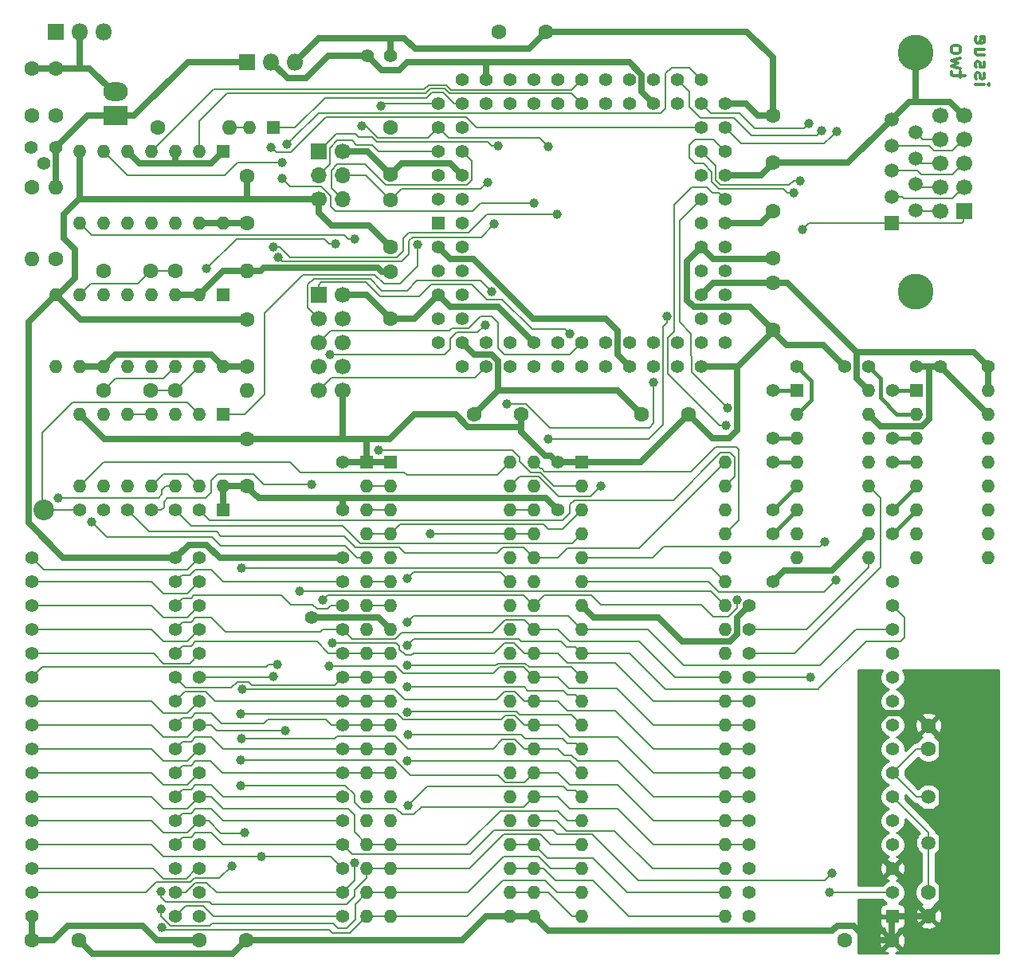
<source format=gbr>
%TF.GenerationSoftware,KiCad,Pcbnew,5.1.5*%
%TF.CreationDate,2020-05-07T22:51:20+02:00*%
%TF.ProjectId,superpet,73757065-7270-4657-942e-6b696361645f,rev?*%
%TF.SameCoordinates,PX2edf448PY2f17140*%
%TF.FileFunction,Copper,L2,Bot*%
%TF.FilePolarity,Positive*%
%FSLAX46Y46*%
G04 Gerber Fmt 4.6, Leading zero omitted, Abs format (unit mm)*
G04 Created by KiCad (PCBNEW 5.1.5) date 2020-05-07 22:51:20*
%MOMM*%
%LPD*%
G04 APERTURE LIST*
%ADD10C,0.300000*%
%ADD11R,1.422400X1.422400*%
%ADD12O,1.422400X1.422400*%
%ADD13O,1.800000X1.800000*%
%ADD14R,1.800000X1.800000*%
%ADD15C,3.810000*%
%ADD16R,1.520000X1.520000*%
%ADD17C,1.520000*%
%ADD18C,1.422400*%
%ADD19R,1.700000X1.700000*%
%ADD20C,1.700000*%
%ADD21C,1.400000*%
%ADD22C,1.500000*%
%ADD23R,2.600000X2.000000*%
%ADD24O,2.600000X2.000000*%
%ADD25C,1.600000*%
%ADD26O,1.600000X1.600000*%
%ADD27C,2.200000*%
%ADD28O,1.700000X1.700000*%
%ADD29C,1.000000*%
%ADD30C,0.203200*%
%ADD31C,0.660400*%
%ADD32C,0.406400*%
%ADD33C,0.254000*%
G04 APERTURE END LIST*
D10*
X101866228Y-7031514D02*
X102866228Y-7031514D01*
X103366228Y-7031514D02*
X103294800Y-7102942D01*
X103223371Y-7031514D01*
X103294800Y-6960085D01*
X103366228Y-7031514D01*
X103223371Y-7031514D01*
X101937657Y-6388657D02*
X101866228Y-6245800D01*
X101866228Y-5960085D01*
X101937657Y-5817228D01*
X102080514Y-5745800D01*
X102151942Y-5745800D01*
X102294800Y-5817228D01*
X102366228Y-5960085D01*
X102366228Y-6174371D01*
X102437657Y-6317228D01*
X102580514Y-6388657D01*
X102651942Y-6388657D01*
X102794800Y-6317228D01*
X102866228Y-6174371D01*
X102866228Y-5960085D01*
X102794800Y-5817228D01*
X101937657Y-5174371D02*
X101866228Y-5031514D01*
X101866228Y-4745800D01*
X101937657Y-4602942D01*
X102080514Y-4531514D01*
X102151942Y-4531514D01*
X102294800Y-4602942D01*
X102366228Y-4745800D01*
X102366228Y-4960085D01*
X102437657Y-5102942D01*
X102580514Y-5174371D01*
X102651942Y-5174371D01*
X102794800Y-5102942D01*
X102866228Y-4960085D01*
X102866228Y-4745800D01*
X102794800Y-4602942D01*
X102866228Y-3245800D02*
X101866228Y-3245800D01*
X102866228Y-3888657D02*
X102080514Y-3888657D01*
X101937657Y-3817228D01*
X101866228Y-3674371D01*
X101866228Y-3460085D01*
X101937657Y-3317228D01*
X102009085Y-3245800D01*
X101937657Y-1960085D02*
X101866228Y-2102942D01*
X101866228Y-2388657D01*
X101937657Y-2531514D01*
X102080514Y-2602942D01*
X102651942Y-2602942D01*
X102794800Y-2531514D01*
X102866228Y-2388657D01*
X102866228Y-2102942D01*
X102794800Y-1960085D01*
X102651942Y-1888657D01*
X102509085Y-1888657D01*
X102366228Y-2602942D01*
X100316228Y-6245800D02*
X100316228Y-5674371D01*
X100816228Y-6031514D02*
X99530514Y-6031514D01*
X99387657Y-5960085D01*
X99316228Y-5817228D01*
X99316228Y-5674371D01*
X100316228Y-5317228D02*
X99316228Y-5031514D01*
X100030514Y-4745800D01*
X99316228Y-4460085D01*
X100316228Y-4174371D01*
X99316228Y-3388657D02*
X99387657Y-3531514D01*
X99459085Y-3602942D01*
X99601942Y-3674371D01*
X100030514Y-3674371D01*
X100173371Y-3602942D01*
X100244800Y-3531514D01*
X100316228Y-3388657D01*
X100316228Y-3174371D01*
X100244800Y-3031514D01*
X100173371Y-2960085D01*
X100030514Y-2888657D01*
X99601942Y-2888657D01*
X99459085Y-2960085D01*
X99387657Y-3031514D01*
X99316228Y-3174371D01*
X99316228Y-3388657D01*
D11*
X82931000Y-39522400D03*
D12*
X90551000Y-57302400D03*
X82931000Y-42062400D03*
X90551000Y-54762400D03*
X82931000Y-44602400D03*
X90551000Y-52222400D03*
X82931000Y-47142400D03*
X90551000Y-49682400D03*
X82931000Y-49682400D03*
X90551000Y-47142400D03*
X82931000Y-52222400D03*
X90551000Y-44602400D03*
X82931000Y-54762400D03*
X90551000Y-42062400D03*
X82931000Y-57302400D03*
X90551000Y-39522400D03*
D13*
X9271000Y-1422400D03*
X6731000Y-1422400D03*
D14*
X4191000Y-1422400D03*
D15*
X95551000Y-28994100D03*
X95551000Y-3594100D03*
D16*
X93011000Y-21754100D03*
D17*
X93011000Y-18964100D03*
X93011000Y-16164100D03*
X93011000Y-13504100D03*
X93011000Y-10704100D03*
X95551000Y-12104100D03*
X95551000Y-14894100D03*
X95551000Y-17564100D03*
X95551000Y-20354100D03*
D18*
X47371000Y-21742400D03*
X47371000Y-24282400D03*
X47371000Y-26822400D03*
X47371000Y-29362400D03*
X47371000Y-31902400D03*
X47371000Y-19202400D03*
X47371000Y-16662400D03*
X47371000Y-14122400D03*
X47371000Y-11582400D03*
X47371000Y-9042400D03*
X47371000Y-6502400D03*
D11*
X44831000Y-21742400D03*
D18*
X44831000Y-24282400D03*
X44831000Y-26822400D03*
X44831000Y-29362400D03*
X44831000Y-31902400D03*
X44831000Y-34442400D03*
X44831000Y-19202400D03*
X44831000Y-16662400D03*
X44831000Y-14122400D03*
X44831000Y-11582400D03*
X44831000Y-9042400D03*
X47371000Y-34442400D03*
X49911000Y-34442400D03*
X52451000Y-34442400D03*
X54991000Y-34442400D03*
X57531000Y-34442400D03*
X60071000Y-34442400D03*
X62611000Y-34442400D03*
X65151000Y-34442400D03*
X67691000Y-34442400D03*
X70231000Y-34442400D03*
X47371000Y-36982400D03*
X49911000Y-36982400D03*
X52451000Y-36982400D03*
X54991000Y-36982400D03*
X57531000Y-36982400D03*
X60071000Y-36982400D03*
X62611000Y-36982400D03*
X65151000Y-36982400D03*
X67691000Y-36982400D03*
X70231000Y-36982400D03*
X72771000Y-36982400D03*
X72771000Y-34442400D03*
X72771000Y-31902400D03*
X72771000Y-29362400D03*
X72771000Y-26822400D03*
X72771000Y-24282400D03*
X72771000Y-21742400D03*
X72771000Y-19202400D03*
X72771000Y-16662400D03*
X72771000Y-14122400D03*
X72771000Y-11582400D03*
X75311000Y-34442400D03*
X75311000Y-31902400D03*
X75311000Y-29362400D03*
X75311000Y-26822400D03*
X75311000Y-24282400D03*
X75311000Y-21742400D03*
X75311000Y-19202400D03*
X75311000Y-16662400D03*
X75311000Y-14122400D03*
X75311000Y-11582400D03*
X75311000Y-9042400D03*
X72771000Y-9042400D03*
X70231000Y-9042400D03*
X67691000Y-9042400D03*
X65151000Y-9042400D03*
X62611000Y-9042400D03*
X60071000Y-9042400D03*
X57531000Y-9042400D03*
X54991000Y-9042400D03*
X52451000Y-9042400D03*
X49911000Y-9042400D03*
X72771000Y-6502400D03*
X70231000Y-6502400D03*
X67691000Y-6502400D03*
X65151000Y-6502400D03*
X62611000Y-6502400D03*
X60071000Y-6502400D03*
X57531000Y-6502400D03*
X54991000Y-6502400D03*
X52451000Y-6502400D03*
X49911000Y-6502400D03*
D19*
X32131000Y-29362400D03*
D20*
X34671000Y-29362400D03*
X32131000Y-31902400D03*
X34671000Y-31902400D03*
X32131000Y-34442400D03*
X34671000Y-34442400D03*
X32131000Y-36982400D03*
X34671000Y-36982400D03*
X32131000Y-39522400D03*
X34671000Y-39522400D03*
D11*
X37211000Y-47142400D03*
D12*
X52451000Y-95402400D03*
X37211000Y-49682400D03*
X52451000Y-92862400D03*
X37211000Y-52222400D03*
X52451000Y-90322400D03*
X37211000Y-54762400D03*
X52451000Y-87782400D03*
X37211000Y-57302400D03*
X52451000Y-85242400D03*
X37211000Y-59842400D03*
X52451000Y-82702400D03*
X37211000Y-62382400D03*
X52451000Y-80162400D03*
X37211000Y-64922400D03*
X52451000Y-77622400D03*
X37211000Y-67462400D03*
X52451000Y-75082400D03*
X37211000Y-70002400D03*
X52451000Y-72542400D03*
X37211000Y-72542400D03*
X52451000Y-70002400D03*
X37211000Y-75082400D03*
X52451000Y-67462400D03*
X37211000Y-77622400D03*
X52451000Y-64922400D03*
X37211000Y-80162400D03*
X52451000Y-62382400D03*
X37211000Y-82702400D03*
X52451000Y-59842400D03*
X37211000Y-85242400D03*
X52451000Y-57302400D03*
X37211000Y-87782400D03*
X52451000Y-54762400D03*
X37211000Y-90322400D03*
X52451000Y-52222400D03*
X37211000Y-92862400D03*
X52451000Y-49682400D03*
X37211000Y-95402400D03*
X52451000Y-47142400D03*
D11*
X39751000Y-47142400D03*
D12*
X54991000Y-95402400D03*
X39751000Y-49682400D03*
X54991000Y-92862400D03*
X39751000Y-52222400D03*
X54991000Y-90322400D03*
X39751000Y-54762400D03*
X54991000Y-87782400D03*
X39751000Y-57302400D03*
X54991000Y-85242400D03*
X39751000Y-59842400D03*
X54991000Y-82702400D03*
X39751000Y-62382400D03*
X54991000Y-80162400D03*
X39751000Y-64922400D03*
X54991000Y-77622400D03*
X39751000Y-67462400D03*
X54991000Y-75082400D03*
X39751000Y-70002400D03*
X54991000Y-72542400D03*
X39751000Y-72542400D03*
X54991000Y-70002400D03*
X39751000Y-75082400D03*
X54991000Y-67462400D03*
X39751000Y-77622400D03*
X54991000Y-64922400D03*
X39751000Y-80162400D03*
X54991000Y-62382400D03*
X39751000Y-82702400D03*
X54991000Y-59842400D03*
X39751000Y-85242400D03*
X54991000Y-57302400D03*
X39751000Y-87782400D03*
X54991000Y-54762400D03*
X39751000Y-90322400D03*
X54991000Y-52222400D03*
X39751000Y-92862400D03*
X54991000Y-49682400D03*
X39751000Y-95402400D03*
X54991000Y-47142400D03*
D11*
X60071000Y-47142400D03*
D12*
X75311000Y-95402400D03*
X60071000Y-49682400D03*
X75311000Y-92862400D03*
X60071000Y-52222400D03*
X75311000Y-90322400D03*
X60071000Y-54762400D03*
X75311000Y-87782400D03*
X60071000Y-57302400D03*
X75311000Y-85242400D03*
X60071000Y-59842400D03*
X75311000Y-82702400D03*
X60071000Y-62382400D03*
X75311000Y-80162400D03*
X60071000Y-64922400D03*
X75311000Y-77622400D03*
X60071000Y-67462400D03*
X75311000Y-75082400D03*
X60071000Y-70002400D03*
X75311000Y-72542400D03*
X60071000Y-72542400D03*
X75311000Y-70002400D03*
X60071000Y-75082400D03*
X75311000Y-67462400D03*
X60071000Y-77622400D03*
X75311000Y-64922400D03*
X60071000Y-80162400D03*
X75311000Y-62382400D03*
X60071000Y-82702400D03*
X75311000Y-59842400D03*
X60071000Y-85242400D03*
X75311000Y-57302400D03*
X60071000Y-87782400D03*
X75311000Y-54762400D03*
X60071000Y-90322400D03*
X75311000Y-52222400D03*
X60071000Y-92862400D03*
X75311000Y-49682400D03*
X60071000Y-95402400D03*
X75311000Y-47142400D03*
D11*
X21971000Y-29362400D03*
D12*
X4191000Y-36982400D03*
X19431000Y-29362400D03*
X6731000Y-36982400D03*
X16891000Y-29362400D03*
X9271000Y-36982400D03*
X14351000Y-29362400D03*
X11811000Y-36982400D03*
X11811000Y-29362400D03*
X14351000Y-36982400D03*
X9271000Y-29362400D03*
X16891000Y-36982400D03*
X6731000Y-29362400D03*
X19431000Y-36982400D03*
X4191000Y-29362400D03*
X21971000Y-36982400D03*
D11*
X21971000Y-14122400D03*
D12*
X6731000Y-21742400D03*
X19431000Y-14122400D03*
X9271000Y-21742400D03*
X16891000Y-14122400D03*
X11811000Y-21742400D03*
X14351000Y-14122400D03*
X14351000Y-21742400D03*
X11811000Y-14122400D03*
X16891000Y-21742400D03*
X9271000Y-14122400D03*
X19431000Y-21742400D03*
X6731000Y-14122400D03*
X21971000Y-21742400D03*
D21*
X2921000Y-15392400D03*
X1591000Y-13722400D03*
X4191000Y-13722400D03*
D22*
X96901000Y-82702400D03*
X96901000Y-87582400D03*
D11*
X21971000Y-42062400D03*
D12*
X6731000Y-49682400D03*
X19431000Y-42062400D03*
X9271000Y-49682400D03*
X16891000Y-42062400D03*
X11811000Y-49682400D03*
X14351000Y-42062400D03*
X14351000Y-49682400D03*
X11811000Y-42062400D03*
X16891000Y-49682400D03*
X9271000Y-42062400D03*
X19431000Y-49682400D03*
X6731000Y-42062400D03*
X21971000Y-49682400D03*
D23*
X10541000Y-10312400D03*
D24*
X10541000Y-7772400D03*
D25*
X16891000Y-39522400D03*
D26*
X24511000Y-39522400D03*
D25*
X16891000Y-26822400D03*
D26*
X24511000Y-26822400D03*
D25*
X4191000Y-25552400D03*
D26*
X4191000Y-17932400D03*
D25*
X1651000Y-17932400D03*
D26*
X1651000Y-25552400D03*
D27*
X2921000Y-52222400D03*
D20*
X32131000Y-19202400D03*
D28*
X32131000Y-16662400D03*
X34671000Y-19202400D03*
D20*
X34671000Y-14122400D03*
D28*
X34671000Y-16662400D03*
D19*
X32131000Y-14122400D03*
D25*
X4191000Y-10312400D03*
X4191000Y-5312400D03*
X1651000Y-10312400D03*
X1651000Y-5312400D03*
X39751000Y-26902400D03*
X39751000Y-31902400D03*
X48641000Y-42062400D03*
X53641000Y-42062400D03*
X66421000Y-42062400D03*
X71421000Y-42062400D03*
X80391000Y-33092400D03*
X80391000Y-28092400D03*
X80391000Y-20472400D03*
X80391000Y-25472400D03*
X80391000Y-10312400D03*
X80391000Y-15312400D03*
X56261000Y-1422400D03*
X51261000Y-1422400D03*
X39751000Y-11582400D03*
X39751000Y-16582400D03*
X24511000Y-49682400D03*
X24511000Y-44682400D03*
X24511000Y-36982400D03*
X24511000Y-31982400D03*
X24511000Y-21742400D03*
X24511000Y-16742400D03*
X1651000Y-97942400D03*
X6651000Y-97942400D03*
X19431000Y-97942400D03*
X24431000Y-97942400D03*
X88011000Y-97942400D03*
X93011000Y-97942400D03*
X9271000Y-26822400D03*
X14271000Y-26822400D03*
X9271000Y-39522400D03*
X14271000Y-39522400D03*
X39751000Y-24282400D03*
X39751000Y-19282400D03*
D18*
X77851000Y-95402400D03*
D11*
X93091000Y-95402400D03*
D18*
X77851000Y-92862400D03*
X93091000Y-92862400D03*
X77851000Y-90322400D03*
X93091000Y-90322400D03*
X77851000Y-87782400D03*
X93091000Y-87782400D03*
X77851000Y-85242400D03*
X93091000Y-85242400D03*
X77851000Y-82702400D03*
X93091000Y-82702400D03*
X77851000Y-80162400D03*
X93091000Y-80162400D03*
X77851000Y-77622400D03*
X93091000Y-77622400D03*
X77851000Y-75082400D03*
X93091000Y-75082400D03*
X77851000Y-72542400D03*
X93091000Y-72542400D03*
X77851000Y-70002400D03*
X93091000Y-70002400D03*
X77851000Y-67462400D03*
X93091000Y-67462400D03*
X77851000Y-64922400D03*
X93091000Y-64922400D03*
X77851000Y-62382400D03*
X93091000Y-62382400D03*
X1651000Y-95402400D03*
X16891000Y-95402400D03*
X1651000Y-92862400D03*
X16891000Y-92862400D03*
X1651000Y-90322400D03*
X16891000Y-90322400D03*
X1651000Y-87782400D03*
X16891000Y-87782400D03*
X1651000Y-85242400D03*
X16891000Y-85242400D03*
X1651000Y-82702400D03*
X16891000Y-82702400D03*
X1651000Y-80162400D03*
X16891000Y-80162400D03*
X1651000Y-77622400D03*
X16891000Y-77622400D03*
X1651000Y-75082400D03*
X16891000Y-75082400D03*
X1651000Y-72542400D03*
X16891000Y-72542400D03*
X1651000Y-70002400D03*
X16891000Y-70002400D03*
X1651000Y-67462400D03*
X16891000Y-67462400D03*
X1651000Y-64922400D03*
X16891000Y-64922400D03*
X1651000Y-62382400D03*
X16891000Y-62382400D03*
X1651000Y-59842400D03*
X16891000Y-59842400D03*
X1651000Y-57302400D03*
X16891000Y-57302400D03*
X19431000Y-95402400D03*
X34671000Y-95402400D03*
X19431000Y-92862400D03*
X34671000Y-92862400D03*
X19431000Y-90322400D03*
X34671000Y-90322400D03*
X19431000Y-87782400D03*
X34671000Y-87782400D03*
X19431000Y-85242400D03*
X34671000Y-85242400D03*
X19431000Y-82702400D03*
X34671000Y-82702400D03*
X19431000Y-80162400D03*
X34671000Y-80162400D03*
X19431000Y-77622400D03*
X34671000Y-77622400D03*
X19431000Y-75082400D03*
X34671000Y-75082400D03*
X19431000Y-72542400D03*
X34671000Y-72542400D03*
X19431000Y-70002400D03*
X34671000Y-70002400D03*
X19431000Y-67462400D03*
X34671000Y-67462400D03*
X19431000Y-64922400D03*
X34671000Y-64922400D03*
X19431000Y-62382400D03*
X34671000Y-62382400D03*
X19431000Y-59842400D03*
X34671000Y-59842400D03*
X19431000Y-57302400D03*
X34671000Y-57302400D03*
X57531000Y-52222400D03*
X57531000Y-47142400D03*
X34671000Y-52222400D03*
X34671000Y-47142400D03*
D11*
X21971000Y-52222400D03*
D18*
X19431000Y-52222400D03*
X16891000Y-52222400D03*
X14351000Y-52222400D03*
X11811000Y-52222400D03*
X9271000Y-52222400D03*
X6731000Y-52222400D03*
X39751000Y-3962400D03*
X37251000Y-3962400D03*
D11*
X27305000Y-11582400D03*
D12*
X24765000Y-11582400D03*
D25*
X14986000Y-11582400D03*
D26*
X22606000Y-11582400D03*
D25*
X96901000Y-95362400D03*
X96901000Y-92862400D03*
X96901000Y-77622400D03*
X96901000Y-75122400D03*
D14*
X24511000Y-4597400D03*
D13*
X27051000Y-4597400D03*
X29591000Y-4597400D03*
D18*
X93091000Y-39522400D03*
X93091000Y-44602400D03*
X80391000Y-39522400D03*
X80391000Y-44602400D03*
X98171000Y-36982400D03*
X103251000Y-36982400D03*
X93091000Y-52222400D03*
X93091000Y-47142400D03*
X80391000Y-52222400D03*
X80391000Y-47142400D03*
X90551000Y-36982400D03*
X95631000Y-36982400D03*
X88011000Y-36982400D03*
X82931000Y-36982400D03*
X93091000Y-54762400D03*
X93091000Y-59842400D03*
X80391000Y-59842400D03*
X80391000Y-54762400D03*
D11*
X95631000Y-39522400D03*
D12*
X103251000Y-57302400D03*
X95631000Y-42062400D03*
X103251000Y-54762400D03*
X95631000Y-44602400D03*
X103251000Y-52222400D03*
X95631000Y-47142400D03*
X103251000Y-49682400D03*
X95631000Y-49682400D03*
X103251000Y-47142400D03*
X95631000Y-52222400D03*
X103251000Y-44602400D03*
X95631000Y-54762400D03*
X103251000Y-42062400D03*
X95631000Y-57302400D03*
X103251000Y-39522400D03*
D20*
X98171000Y-10312400D03*
X100711000Y-10312400D03*
X98171000Y-12852400D03*
X100711000Y-12852400D03*
X98171000Y-15392400D03*
X100711000Y-15392400D03*
X98171000Y-17932400D03*
X100711000Y-17932400D03*
X98171000Y-20472400D03*
D19*
X100711000Y-20472400D03*
D29*
X58769255Y-33512410D03*
X50457999Y-28980059D03*
X8003650Y-53476977D03*
X38481000Y-45872400D03*
X23861319Y-81470636D03*
X23839716Y-78834825D03*
X23905123Y-76522210D03*
X41522558Y-64160647D03*
X23858221Y-73860035D03*
X75405223Y-43261233D03*
X41522558Y-66632675D03*
X24024426Y-71283859D03*
X75533985Y-41358250D03*
X41522558Y-68732400D03*
X33200192Y-68770678D03*
X41528529Y-71033651D03*
X33535303Y-66368601D03*
X82589340Y-18498472D03*
X41522558Y-73714588D03*
X83286600Y-17221200D03*
X84327999Y-70002401D03*
X41588295Y-76109770D03*
X76583221Y-61755289D03*
X32555265Y-61802098D03*
X33336354Y-35697236D03*
X49784000Y-32537400D03*
X41522558Y-78892400D03*
X41565192Y-59521725D03*
X41634814Y-83604210D03*
X43992800Y-54762400D03*
X15387587Y-92752810D03*
X15367000Y-94640400D03*
X15450251Y-96603507D03*
D18*
X31403615Y-63649876D03*
D29*
X56481838Y-13570734D03*
X36668596Y-11417934D03*
X35966400Y-23469600D03*
X84219855Y-11174280D03*
X85883371Y-55597237D03*
X85532508Y-11912182D03*
X87102382Y-59672481D03*
X23915978Y-58377898D03*
X50083496Y-17381589D03*
X33909000Y-23901400D03*
X20218400Y-26593800D03*
X86425284Y-92872915D03*
X42645747Y-24023906D03*
X38715231Y-9266378D03*
X22856326Y-90068400D03*
X86631500Y-90847359D03*
X87122000Y-11988800D03*
X26064105Y-89028449D03*
X28778200Y-13385800D03*
X35941006Y-89699784D03*
X27076185Y-13657210D03*
X24233231Y-86534456D03*
X31399077Y-49502437D03*
X57462045Y-20830694D03*
X27273500Y-69874798D03*
X27279600Y-24257000D03*
X28539548Y-75650057D03*
X54991000Y-19646900D03*
X28211364Y-16953057D03*
X27730665Y-68681460D03*
X50730021Y-21851827D03*
X27792202Y-25345558D03*
X51181000Y-13502402D03*
X83515200Y-22428200D03*
X56481499Y-44715479D03*
X69088000Y-31641608D03*
X52139257Y-40919400D03*
X67691000Y-38696900D03*
X4419362Y-50935999D03*
X62076646Y-49682400D03*
X30130152Y-60861343D03*
X28244423Y-15296380D03*
D30*
X48372133Y-28244812D02*
X49974848Y-29847525D01*
X49974848Y-29847525D02*
X51622589Y-29847525D01*
X42755818Y-29534461D02*
X44045467Y-28244812D01*
X32131000Y-29362400D02*
X32131000Y-28309200D01*
X51622589Y-29847525D02*
X54787475Y-33012411D01*
X54787475Y-33012411D02*
X58269256Y-33012411D01*
X37130719Y-28041622D02*
X38623558Y-29534461D01*
X38623558Y-29534461D02*
X42755818Y-29534461D01*
X32398578Y-28041622D02*
X37130719Y-28041622D01*
X32131000Y-28309200D02*
X32398578Y-28041622D01*
X44045467Y-28244812D02*
X48372133Y-28244812D01*
X58269256Y-33012411D02*
X58769255Y-33512410D01*
D31*
X52451000Y-95402400D02*
X54991000Y-95402400D01*
X47371000Y-97942400D02*
X49911000Y-95402400D01*
X49911000Y-95402400D02*
X52451000Y-95402400D01*
X24431000Y-97942400D02*
X43561000Y-97942400D01*
X43561000Y-97942400D02*
X47371000Y-97942400D01*
X34671000Y-29362400D02*
X37211000Y-29362400D01*
X37211000Y-29362400D02*
X39751000Y-31902400D01*
X16891000Y-57302400D02*
X18285814Y-55907586D01*
X18285814Y-55907586D02*
X20195175Y-55907586D01*
X20195175Y-55907586D02*
X21589989Y-57302400D01*
X21589989Y-57302400D02*
X34671000Y-57302400D01*
X44831000Y-29362400D02*
X46075601Y-30607001D01*
X46075601Y-30607001D02*
X51138488Y-30607001D01*
X51138488Y-30607001D02*
X54966907Y-34435420D01*
X54966907Y-34435420D02*
X54997980Y-34435420D01*
X54997980Y-34435420D02*
X54991000Y-34442400D01*
X6647678Y-19202400D02*
X6731000Y-19119078D01*
X6731000Y-19119078D02*
X6731000Y-14122400D01*
X24511000Y-19202400D02*
X6647678Y-19202400D01*
X6647678Y-19202400D02*
X5024081Y-20825997D01*
X5024081Y-20825997D02*
X5024081Y-23307597D01*
X5024081Y-23307597D02*
X6221617Y-24505133D01*
X6221617Y-24505133D02*
X6221617Y-27597289D01*
X6221617Y-27597289D02*
X4456506Y-29362400D01*
X4456506Y-29362400D02*
X4191000Y-29362400D01*
X32131000Y-19202400D02*
X24511000Y-19202400D01*
X24511000Y-19202400D02*
X24511000Y-16742400D01*
X16891000Y-57302400D02*
X4985957Y-57302400D01*
X4985957Y-57302400D02*
X1287599Y-53604042D01*
X1287599Y-53604042D02*
X1287599Y-32265801D01*
X1287599Y-32265801D02*
X3479801Y-30073599D01*
X3479801Y-30073599D02*
X4191000Y-29362400D01*
X6651000Y-97942400D02*
X6651000Y-97947722D01*
X6651000Y-97947722D02*
X8062397Y-99359119D01*
X8062397Y-99359119D02*
X23025561Y-99359119D01*
X23025561Y-99359119D02*
X24431000Y-97953680D01*
X24431000Y-97953680D02*
X24431000Y-97942400D01*
X24511000Y-97779242D02*
X24682305Y-97950547D01*
X93091000Y-95461763D02*
X93091000Y-95402400D01*
X53438969Y-43395801D02*
X53641000Y-43193770D01*
X53641000Y-43193770D02*
X53641000Y-42062400D01*
X42291000Y-42062400D02*
X46667566Y-42062400D01*
X48000967Y-43395801D02*
X53438969Y-43395801D01*
X46667566Y-42062400D02*
X48000967Y-43395801D01*
X57531000Y-47222400D02*
X56731001Y-46422401D01*
X56731001Y-46422401D02*
X56167461Y-46422401D01*
X56167461Y-46422401D02*
X53641000Y-43895940D01*
X53641000Y-43895940D02*
X53641000Y-42062400D01*
X26971000Y-19202400D02*
X32131000Y-19202400D01*
X32131000Y-19202400D02*
X32131000Y-20670035D01*
X32131000Y-20670035D02*
X33492896Y-22031931D01*
X33492896Y-22031931D02*
X37500531Y-22031931D01*
X37500531Y-22031931D02*
X38951001Y-23482401D01*
X38951001Y-23482401D02*
X39751000Y-24282400D01*
X37211000Y-44682400D02*
X39686479Y-44682400D01*
X42291000Y-42077879D02*
X42291000Y-42062400D01*
X39686479Y-44682400D02*
X42291000Y-42077879D01*
X37211000Y-47142400D02*
X34751000Y-47142400D01*
X34751000Y-47142400D02*
X34671000Y-47222400D01*
X60071000Y-47142400D02*
X57611000Y-47142400D01*
X57611000Y-47142400D02*
X57531000Y-47222400D01*
X39751000Y-31902400D02*
X42291000Y-31902400D01*
X42291000Y-31902400D02*
X44751000Y-29442400D01*
X44751000Y-29442400D02*
X44831000Y-29362400D01*
X80391000Y-15392400D02*
X80391000Y-15312400D01*
X79121000Y-16662400D02*
X80391000Y-15392400D01*
X75311000Y-16662400D02*
X79121000Y-16662400D01*
X72771000Y-24282400D02*
X74041000Y-25552400D01*
X80391000Y-25552400D02*
X80391000Y-25472400D01*
X74041000Y-25552400D02*
X80391000Y-25552400D01*
X34671000Y-44682400D02*
X37211000Y-44682400D01*
X37211000Y-47142400D02*
X37211000Y-44682400D01*
X60071000Y-47142400D02*
X66341000Y-47142400D01*
X66341000Y-47142400D02*
X71421000Y-42062400D01*
X24511000Y-44682400D02*
X34671000Y-44682400D01*
X34671000Y-39522400D02*
X34671000Y-44682400D01*
X24511000Y-44682400D02*
X9351000Y-44682400D01*
X9351000Y-44682400D02*
X6731000Y-42062400D01*
X4191000Y-29362400D02*
X6811000Y-31982400D01*
X6811000Y-31982400D02*
X24511000Y-31982400D01*
X34671000Y-14122400D02*
X37291000Y-14122400D01*
X37291000Y-14122400D02*
X39751000Y-16582400D01*
X6731000Y-5312400D02*
X7781000Y-5312400D01*
X6731000Y-5312400D02*
X4191000Y-5312400D01*
X6731000Y-1422400D02*
X6731000Y-5312400D01*
X1651000Y-5312400D02*
X4111000Y-5312400D01*
X4111000Y-5312400D02*
X4191000Y-5232400D01*
X24384000Y-97942400D02*
X24431000Y-97942400D01*
X51181000Y-1422400D02*
X51261000Y-1422400D01*
X46101000Y-15392400D02*
X40941000Y-15392400D01*
X47371000Y-16662400D02*
X46101000Y-15392400D01*
X40941000Y-15392400D02*
X39751000Y-16582400D01*
X44751000Y-29442400D02*
X44831000Y-29362400D01*
X7781000Y-5312400D02*
X10241000Y-7772400D01*
X10241000Y-7772400D02*
X10541000Y-7772400D01*
X93131000Y-95362400D02*
X93091000Y-95402400D01*
X94956000Y-92187400D02*
X93091000Y-90322400D01*
X96901000Y-95362400D02*
X94956000Y-95362400D01*
X94956000Y-95362400D02*
X94956000Y-92187400D01*
X94956000Y-95362400D02*
X93131000Y-95362400D01*
X97700999Y-75922399D02*
X96901000Y-75122400D01*
X98374200Y-76595600D02*
X97700999Y-75922399D01*
X96901000Y-95362400D02*
X98374200Y-93889200D01*
X98374200Y-93889200D02*
X98374200Y-76595600D01*
X39751000Y-47142400D02*
X37211000Y-47142400D01*
X72771000Y-36982400D02*
X76657200Y-36982400D01*
X76606399Y-37033201D02*
X76657200Y-36982400D01*
X73961000Y-44602400D02*
X75730100Y-44602400D01*
X71421000Y-42062400D02*
X73961000Y-44602400D01*
X75730100Y-44602400D02*
X76612750Y-43719750D01*
X76612750Y-43719750D02*
X76606399Y-43713399D01*
X76606399Y-43713399D02*
X76606399Y-37033201D01*
X89839801Y-55473599D02*
X90551000Y-54762400D01*
X86639400Y-58674000D02*
X89839801Y-55473599D01*
X80391000Y-59842400D02*
X81559400Y-58674000D01*
X81559400Y-58674000D02*
X86639400Y-58674000D01*
X93011000Y-95482400D02*
X93091000Y-95402400D01*
X93011000Y-97942400D02*
X93011000Y-95482400D01*
X56540400Y-96951800D02*
X86690200Y-96951800D01*
X90500200Y-97942400D02*
X93011000Y-97942400D01*
X54991000Y-95402400D02*
X56540400Y-96951800D01*
X88976200Y-96418400D02*
X90500200Y-97942400D01*
X86690200Y-96951800D02*
X87223600Y-96418400D01*
X87223600Y-96418400D02*
X88976200Y-96418400D01*
X103251000Y-42062400D02*
X98171000Y-36982400D01*
X91262199Y-42773599D02*
X90551000Y-42062400D01*
X91795601Y-43307001D02*
X91262199Y-42773599D01*
X96228409Y-43307001D02*
X91795601Y-43307001D01*
X96941000Y-42594410D02*
X96228409Y-43307001D01*
X96941000Y-36982400D02*
X96941000Y-42594410D01*
X95631000Y-36982400D02*
X96941000Y-36982400D01*
X96941000Y-36982400D02*
X98171000Y-36982400D01*
X76606399Y-37033201D02*
X80391000Y-33248600D01*
X88011000Y-36982400D02*
X85750400Y-34721800D01*
X81864200Y-34721800D02*
X80391000Y-33248600D01*
X85750400Y-34721800D02*
X81864200Y-34721800D01*
X71247000Y-25806400D02*
X71247000Y-29921200D01*
X79591001Y-32292401D02*
X80391000Y-33092400D01*
X72771000Y-24282400D02*
X71247000Y-25806400D01*
X71247000Y-29921200D02*
X71983599Y-30657799D01*
X71983599Y-30657799D02*
X77956399Y-30657799D01*
X77956399Y-30657799D02*
X79591001Y-32292401D01*
X99197599Y-8878999D02*
X99731001Y-9412401D01*
X99731001Y-9412401D02*
X100631000Y-10312400D01*
X93011000Y-10704100D02*
X94836101Y-8878999D01*
X95551000Y-8683000D02*
X95551000Y-3594100D01*
X95746999Y-8878999D02*
X95551000Y-8683000D01*
X94836101Y-8878999D02*
X95746999Y-8878999D01*
X95746999Y-8878999D02*
X99197599Y-8878999D01*
X92493591Y-73837799D02*
X91338400Y-74992990D01*
X96901000Y-75122400D02*
X95616399Y-73837799D01*
X95616399Y-73837799D02*
X92493591Y-73837799D01*
X91338400Y-88569800D02*
X93091000Y-90322400D01*
X91338400Y-74992990D02*
X91338400Y-88569800D01*
X88373500Y-15341600D02*
X92251001Y-11464099D01*
X80391000Y-15312400D02*
X80420200Y-15341600D01*
X92251001Y-11464099D02*
X93011000Y-10704100D01*
X80420200Y-15341600D02*
X88373500Y-15341600D01*
X66446399Y-5955789D02*
X65113410Y-4622800D01*
X67691000Y-9042400D02*
X66446399Y-7797799D01*
X66446399Y-7797799D02*
X66446399Y-5955789D01*
X49911000Y-4648200D02*
X49911000Y-6502400D01*
X49936400Y-4622800D02*
X49911000Y-4648200D01*
X65113410Y-4622800D02*
X49936400Y-4622800D01*
X33172400Y-3962400D02*
X37251000Y-3962400D01*
X27051000Y-4597400D02*
X28803600Y-6350000D01*
X30784800Y-6350000D02*
X33172400Y-3962400D01*
X28803600Y-6350000D02*
X30784800Y-6350000D01*
X38775000Y-5486400D02*
X37251000Y-3962400D01*
X40640000Y-5486400D02*
X38775000Y-5486400D01*
X49936400Y-4622800D02*
X41503600Y-4622800D01*
X41503600Y-4622800D02*
X40640000Y-5486400D01*
D30*
X30976199Y-30747599D02*
X30976199Y-28268559D01*
X30976199Y-28268559D02*
X31609547Y-27635211D01*
X41485671Y-28897729D02*
X42544999Y-27838401D01*
X42544999Y-27838401D02*
X49316341Y-27838401D01*
X49316341Y-27838401D02*
X49958000Y-28480060D01*
X49958000Y-28480060D02*
X50457999Y-28980059D01*
X31609547Y-27635211D02*
X37594940Y-27635211D01*
X37594940Y-27635211D02*
X38857458Y-28897729D01*
X38857458Y-28897729D02*
X41485671Y-28897729D01*
X32131000Y-31902400D02*
X30976199Y-30747599D01*
X32131000Y-34442400D02*
X33414599Y-33158801D01*
X51187853Y-35055648D02*
X51841477Y-35709272D01*
X33414599Y-33158801D02*
X46040465Y-33158801D01*
X50478218Y-31648400D02*
X51187853Y-32358035D01*
X46040465Y-33158801D02*
X46268890Y-32930376D01*
X46268890Y-32930376D02*
X48006000Y-32930376D01*
X48006000Y-32930376D02*
X48006000Y-32918400D01*
X58804128Y-35709272D02*
X59359801Y-35153599D01*
X59359801Y-35153599D02*
X60071000Y-34442400D01*
X48006000Y-32918400D02*
X49276000Y-31648400D01*
X49276000Y-31648400D02*
X50478218Y-31648400D01*
X51187853Y-32358035D02*
X51187853Y-35055648D01*
X51841477Y-35709272D02*
X58804128Y-35709272D01*
X32131000Y-39522400D02*
X33516199Y-38137201D01*
X33516199Y-38137201D02*
X48756199Y-38137201D01*
X48756199Y-38137201D02*
X49911000Y-36982400D01*
X37211000Y-49682400D02*
X39751000Y-49682400D01*
X56525212Y-92862400D02*
X54991000Y-92862400D01*
X60071000Y-95402400D02*
X59065212Y-95402400D01*
X59065212Y-95402400D02*
X56525212Y-92862400D01*
X54991000Y-92862400D02*
X52451000Y-92862400D01*
X37211000Y-52222400D02*
X39751000Y-52222400D01*
X54991000Y-90322400D02*
X56007000Y-90322400D01*
X56007000Y-90322400D02*
X57247360Y-91562760D01*
X57247360Y-91562760D02*
X61281542Y-91562760D01*
X61281542Y-91562760D02*
X65082689Y-95363907D01*
X65082689Y-95363907D02*
X75272507Y-95363907D01*
X75272507Y-95363907D02*
X75311000Y-95402400D01*
X54991000Y-90322400D02*
X52451000Y-90322400D01*
X39751000Y-54762400D02*
X37211000Y-54762400D01*
X58039000Y-54254400D02*
X60071000Y-52222400D01*
X40779788Y-53733612D02*
X56007000Y-53733612D01*
X39751000Y-54762400D02*
X40779788Y-53733612D01*
X56007000Y-53733612D02*
X56007000Y-53746400D01*
X56515000Y-54254400D02*
X58039000Y-54254400D01*
X56007000Y-53746400D02*
X56515000Y-54254400D01*
X75311000Y-92862400D02*
X64935166Y-92862400D01*
X64935166Y-92862400D02*
X61277578Y-89204812D01*
X61277578Y-89204812D02*
X56413412Y-89204812D01*
X56413412Y-89204812D02*
X55702199Y-88493599D01*
X55702199Y-88493599D02*
X54991000Y-87782400D01*
X54991000Y-87782400D02*
X52451000Y-87782400D01*
X37211000Y-57302400D02*
X36205212Y-57302400D01*
X36205212Y-57302400D02*
X34935212Y-56032400D01*
X34935212Y-56032400D02*
X21717000Y-56032400D01*
X21717000Y-56032400D02*
X20797805Y-55113205D01*
X20797805Y-55113205D02*
X9639878Y-55113205D01*
X9639878Y-55113205D02*
X8003650Y-53476977D01*
X75311000Y-90322400D02*
X67561006Y-90322400D01*
X67561006Y-90322400D02*
X63535095Y-86296489D01*
X63535095Y-86296489D02*
X58433454Y-86296489D01*
X58433454Y-86296489D02*
X57379365Y-85242400D01*
X57379365Y-85242400D02*
X54991000Y-85242400D01*
X53467001Y-46611452D02*
X53467001Y-47055330D01*
X54671660Y-48259989D02*
X55647022Y-48259990D01*
X59065212Y-49682400D02*
X60071000Y-49682400D01*
X55647022Y-48259990D02*
X57069432Y-49682400D01*
X57069432Y-49682400D02*
X59065212Y-49682400D01*
X52727949Y-45872400D02*
X53467001Y-46611452D01*
X38481000Y-45872400D02*
X52727949Y-45872400D01*
X53467001Y-47055330D02*
X54671660Y-48259989D01*
X37211000Y-59842400D02*
X39751000Y-59842400D01*
X57531000Y-82702400D02*
X58807301Y-83978701D01*
X58807301Y-83978701D02*
X63887301Y-83978701D01*
X63887301Y-83978701D02*
X67691000Y-87782400D01*
X67691000Y-87782400D02*
X75311000Y-87782400D01*
X43019054Y-83784563D02*
X53086000Y-83784563D01*
X53086000Y-83784563D02*
X53908837Y-83784563D01*
X53908837Y-83784563D02*
X54991000Y-82702400D01*
X15621000Y-68516489D02*
X18404093Y-68516489D01*
X1651000Y-67462400D02*
X14566911Y-67462400D01*
X14566911Y-67462400D02*
X15621000Y-68516489D01*
X23861319Y-81470636D02*
X34942918Y-81470636D01*
X42207860Y-84595757D02*
X43019054Y-83784563D01*
X34942918Y-81470636D02*
X35956167Y-82483885D01*
X40335596Y-83954472D02*
X40976881Y-84595757D01*
X35956167Y-82483885D02*
X35956167Y-83267823D01*
X35956167Y-83267823D02*
X36642816Y-83954472D01*
X36642816Y-83954472D02*
X40335596Y-83954472D01*
X40976881Y-84595757D02*
X42207860Y-84595757D01*
X18404093Y-68516489D02*
X19431000Y-67489582D01*
X19431000Y-67489582D02*
X19431000Y-67462400D01*
X75311000Y-87782400D02*
X77851000Y-87782400D01*
X54991000Y-82702400D02*
X57531000Y-82702400D01*
X39751000Y-62382400D02*
X37211000Y-62382400D01*
X57531000Y-80162400D02*
X58796100Y-81427500D01*
X63876100Y-81427500D02*
X67691000Y-85242400D01*
X58796100Y-81427500D02*
X63876100Y-81427500D01*
X67691000Y-85242400D02*
X75311000Y-85242400D01*
X54991000Y-80162400D02*
X53974999Y-81178401D01*
X53974999Y-81178401D02*
X51963319Y-81178401D01*
X51963319Y-81178401D02*
X51181000Y-80396082D01*
X40273877Y-78834825D02*
X24546822Y-78834825D01*
X51181000Y-80396082D02*
X41835134Y-80396082D01*
X41835134Y-80396082D02*
X40273877Y-78834825D01*
X24546822Y-78834825D02*
X23839716Y-78834825D01*
X15621000Y-66174401D02*
X18178999Y-66174401D01*
X1651000Y-64922400D02*
X14368999Y-64922400D01*
X14368999Y-64922400D02*
X15621000Y-66174401D01*
X77851000Y-85242400D02*
X75311000Y-85242400D01*
X57531000Y-80162400D02*
X54991000Y-80162400D01*
X18178999Y-66174401D02*
X19431000Y-64922400D01*
X54991000Y-77622400D02*
X53954682Y-77622400D01*
X53954682Y-77622400D02*
X52938681Y-76606399D01*
X52938681Y-76606399D02*
X51628108Y-76606399D01*
X51628108Y-76606399D02*
X50627353Y-77607154D01*
X41590456Y-77607154D02*
X40285904Y-76302602D01*
X50627353Y-77607154D02*
X41590456Y-77607154D01*
X40285904Y-76302602D02*
X34042336Y-76302602D01*
X34042336Y-76302602D02*
X33823165Y-76521773D01*
X33823165Y-76521773D02*
X23905560Y-76521773D01*
X23905560Y-76521773D02*
X23905123Y-76522210D01*
X57531000Y-77622400D02*
X58182581Y-78273981D01*
X67691000Y-82702400D02*
X74305212Y-82702400D01*
X58182581Y-78273981D02*
X59005703Y-78273981D01*
X59005703Y-78273981D02*
X59627524Y-78895802D01*
X59627524Y-78895802D02*
X63884402Y-78895802D01*
X63884402Y-78895802D02*
X67691000Y-82702400D01*
X74305212Y-82702400D02*
X75311000Y-82702400D01*
X15621000Y-63634401D02*
X18178999Y-63634401D01*
X1651000Y-62382400D02*
X14368999Y-62382400D01*
X14368999Y-62382400D02*
X15621000Y-63634401D01*
X75311000Y-82702400D02*
X77851000Y-82702400D01*
X57531000Y-77622400D02*
X54991000Y-77622400D01*
X18178999Y-63634401D02*
X19431000Y-62382400D01*
X34671000Y-67462400D02*
X33184414Y-67462400D01*
X19017999Y-66210399D02*
X18565997Y-66662401D01*
X33184414Y-67462400D02*
X31932413Y-66210399D01*
X31932413Y-66210399D02*
X19017999Y-66210399D01*
X18565997Y-66662401D02*
X17690999Y-66662401D01*
X17690999Y-66662401D02*
X17602199Y-66751201D01*
X17602199Y-66751201D02*
X16891000Y-67462400D01*
X42183217Y-63499988D02*
X42022557Y-63660648D01*
X60071000Y-64922400D02*
X58648588Y-63499988D01*
X58648588Y-63499988D02*
X42183217Y-63499988D01*
X42022557Y-63660648D02*
X41522558Y-64160647D01*
X37211000Y-67462400D02*
X34671000Y-67462400D01*
X39751000Y-67462400D02*
X37211000Y-67462400D01*
X89204800Y-64922400D02*
X93091000Y-64922400D01*
X85394800Y-68732400D02*
X89204800Y-64922400D01*
X70909904Y-68732400D02*
X85394800Y-68732400D01*
X60071000Y-64922400D02*
X67099904Y-64922400D01*
X67099904Y-64922400D02*
X70909904Y-68732400D01*
X67691000Y-80162400D02*
X75311000Y-80162400D01*
X63867225Y-76338625D02*
X67691000Y-80162400D01*
X57531000Y-75082400D02*
X58787225Y-76338625D01*
X58787225Y-76338625D02*
X63867225Y-76338625D01*
X15621000Y-61094401D02*
X18178999Y-61094401D01*
X1651000Y-59842400D02*
X14368999Y-59842400D01*
X14368999Y-59842400D02*
X15621000Y-61094401D01*
X41136252Y-74519390D02*
X40476897Y-73860035D01*
X51510329Y-74519389D02*
X41136252Y-74519390D01*
X52938681Y-74066399D02*
X51963319Y-74066399D01*
X51963319Y-74066399D02*
X51510329Y-74519389D01*
X24565327Y-73860035D02*
X23858221Y-73860035D01*
X54991000Y-75082400D02*
X53954682Y-75082400D01*
X40476897Y-73860035D02*
X24565327Y-73860035D01*
X53954682Y-75082400D02*
X52938681Y-74066399D01*
X77851000Y-80162400D02*
X75311000Y-80162400D01*
X57531000Y-75082400D02*
X54991000Y-75082400D01*
X18178999Y-61094401D02*
X19431000Y-59842400D01*
X73939606Y-18491201D02*
X73401173Y-17952768D01*
X74599801Y-18491201D02*
X73939606Y-18491201D01*
X75311000Y-19202400D02*
X74599801Y-18491201D01*
X73401173Y-17952768D02*
X71728565Y-17952768D01*
X71728565Y-17952768D02*
X69892802Y-19788531D01*
X69892802Y-19788531D02*
X69892802Y-33276916D01*
X69214999Y-37778115D02*
X74698117Y-43261233D01*
X74698117Y-43261233D02*
X75405223Y-43261233D01*
X69892802Y-33276916D02*
X69214999Y-33954719D01*
X69214999Y-33954719D02*
X69214999Y-37778115D01*
X60071000Y-67462400D02*
X65177131Y-67462400D01*
X65177131Y-67462400D02*
X68987131Y-71272400D01*
X94328465Y-63619865D02*
X93802199Y-63093599D01*
X93802199Y-63093599D02*
X93091000Y-62382400D01*
X60071000Y-67462400D02*
X59359801Y-66751201D01*
X59359801Y-66751201D02*
X58454907Y-66751201D01*
X57873962Y-66170256D02*
X53591567Y-66170256D01*
X58454907Y-66751201D02*
X57873962Y-66170256D01*
X42195116Y-65960117D02*
X41522558Y-66632675D01*
X53591567Y-66170256D02*
X53381428Y-65960117D01*
X53381428Y-65960117D02*
X42195116Y-65960117D01*
X34671000Y-70002400D02*
X33838718Y-70834682D01*
X25012143Y-70834682D02*
X24643008Y-70465547D01*
X33838718Y-70834682D02*
X25012143Y-70834682D01*
X24643008Y-70465547D02*
X23500966Y-70465547D01*
X23500966Y-70465547D02*
X22853034Y-71113479D01*
X22853034Y-71113479D02*
X18002079Y-71113479D01*
X18002079Y-71113479D02*
X17602199Y-70713599D01*
X17602199Y-70713599D02*
X16891000Y-70002400D01*
X37211000Y-70002400D02*
X39751000Y-70002400D01*
X34671000Y-70002400D02*
X37211000Y-70002400D01*
X85217000Y-71272400D02*
X85217000Y-71221600D01*
X68987131Y-71272400D02*
X85217000Y-71272400D01*
X85217000Y-71221600D02*
X90271600Y-66167000D01*
X93929200Y-66167000D02*
X94335600Y-65760600D01*
X90271600Y-66167000D02*
X93929200Y-66167000D01*
X94335600Y-65760600D02*
X94328465Y-63619865D01*
X53985212Y-72542400D02*
X52969211Y-71526399D01*
X41231429Y-72353800D02*
X40161488Y-71283859D01*
X54991000Y-72542400D02*
X53985212Y-72542400D01*
X52969211Y-71526399D02*
X51816000Y-71526399D01*
X51816000Y-71526399D02*
X50988599Y-72353800D01*
X50988599Y-72353800D02*
X41231429Y-72353800D01*
X40161488Y-71283859D02*
X24024426Y-71283859D01*
X75311000Y-77622400D02*
X77851000Y-77622400D01*
X63627001Y-73558401D02*
X67691000Y-77622400D01*
X67691000Y-77622400D02*
X75311000Y-77622400D01*
X57531000Y-72542400D02*
X58547001Y-73558401D01*
X58547001Y-73558401D02*
X63627001Y-73558401D01*
X57531000Y-72542400D02*
X54991000Y-72542400D01*
X1651000Y-57302400D02*
X2903001Y-58554401D01*
X18178999Y-58554401D02*
X19431000Y-57302400D01*
X2903001Y-58554401D02*
X18178999Y-58554401D01*
X71754999Y-37579264D02*
X75533985Y-41358250D01*
X70459600Y-21513800D02*
X70459600Y-32232600D01*
X72771000Y-19202400D02*
X70459600Y-21513800D01*
X71704200Y-33477200D02*
X71704200Y-34188400D01*
X70459600Y-32232600D02*
X71704200Y-33477200D01*
X71704200Y-34188400D02*
X71754999Y-37579264D01*
X34671000Y-72542400D02*
X21096018Y-72542400D01*
X21096018Y-72542400D02*
X20073508Y-71519890D01*
X20073508Y-71519890D02*
X17913510Y-71519890D01*
X17913510Y-71519890D02*
X17602199Y-71831201D01*
X17602199Y-71831201D02*
X16891000Y-72542400D01*
X51147660Y-68516111D02*
X50931371Y-68732400D01*
X60071000Y-70002400D02*
X58966199Y-68897599D01*
X54460950Y-68897599D02*
X54079462Y-68516111D01*
X42229664Y-68732400D02*
X41522558Y-68732400D01*
X58966199Y-68897599D02*
X54460950Y-68897599D01*
X54079462Y-68516111D02*
X51147660Y-68516111D01*
X50931371Y-68732400D02*
X42229664Y-68732400D01*
X37211000Y-72542400D02*
X34671000Y-72542400D01*
X39751000Y-72542400D02*
X37211000Y-72542400D01*
X34671000Y-59842400D02*
X21953001Y-59842400D01*
X21953001Y-59842400D02*
X20701000Y-58590399D01*
X20701000Y-58590399D02*
X19017999Y-58590399D01*
X19017999Y-58590399D02*
X18434559Y-59173839D01*
X18434559Y-59173839D02*
X17559561Y-59173839D01*
X17559561Y-59173839D02*
X16891000Y-59842400D01*
X57531000Y-70002400D02*
X58747304Y-71218704D01*
X58747304Y-71218704D02*
X63827304Y-71218704D01*
X63827304Y-71218704D02*
X67691000Y-75082400D01*
X67691000Y-75082400D02*
X75311000Y-75082400D01*
X40369728Y-68770678D02*
X33907298Y-68770678D01*
X41136252Y-69537202D02*
X40369728Y-68770678D01*
X51316000Y-68922522D02*
X50701321Y-69537201D01*
X53911122Y-68922522D02*
X51316000Y-68922522D01*
X33907298Y-68770678D02*
X33200192Y-68770678D01*
X50701321Y-69537201D02*
X41136252Y-69537202D01*
X54991000Y-70002400D02*
X53911122Y-68922522D01*
X77851000Y-75082400D02*
X75311000Y-75082400D01*
X57531000Y-70002400D02*
X54991000Y-70002400D01*
X34671000Y-75082400D02*
X33501578Y-75082400D01*
X32915275Y-74496097D02*
X26679904Y-74496097D01*
X33501578Y-75082400D02*
X32915275Y-74496097D01*
X26679904Y-74496097D02*
X26278990Y-74897011D01*
X26278990Y-74897011D02*
X21767612Y-74897011D01*
X20701000Y-73830399D02*
X19017999Y-73830399D01*
X21767612Y-74897011D02*
X20701000Y-73830399D01*
X19017999Y-73830399D02*
X18565997Y-74282401D01*
X18565997Y-74282401D02*
X17690999Y-74282401D01*
X17690999Y-74282401D02*
X17602199Y-74371201D01*
X17602199Y-74371201D02*
X16891000Y-75082400D01*
X60071000Y-72542400D02*
X59364623Y-71836023D01*
X59364623Y-71836023D02*
X58511118Y-71836023D01*
X58511118Y-71836023D02*
X58112694Y-71437599D01*
X58112694Y-71437599D02*
X54340222Y-71437599D01*
X54340222Y-71437599D02*
X53936274Y-71033651D01*
X53936274Y-71033651D02*
X42235635Y-71033651D01*
X42235635Y-71033651D02*
X41528529Y-71033651D01*
X37211000Y-75082400D02*
X39751000Y-75082400D01*
X34671000Y-75082400D02*
X37211000Y-75082400D01*
X34671000Y-62382400D02*
X33405765Y-62382400D01*
X33405765Y-62382400D02*
X33040346Y-62747819D01*
X33040346Y-62747819D02*
X31947113Y-62747819D01*
X31947113Y-62747819D02*
X31477135Y-62277841D01*
X29154944Y-62277841D02*
X28159304Y-61282201D01*
X31477135Y-62277841D02*
X29154944Y-62277841D01*
X28159304Y-61282201D02*
X18866197Y-61282201D01*
X18866197Y-61282201D02*
X18565997Y-61582401D01*
X18565997Y-61582401D02*
X17690999Y-61582401D01*
X17690999Y-61582401D02*
X17602199Y-61671201D01*
X17602199Y-61671201D02*
X16891000Y-62382400D01*
X54991000Y-67462400D02*
X53985212Y-67462400D01*
X51816000Y-66371888D02*
X50750411Y-67437477D01*
X53985212Y-67462400D02*
X52894700Y-66371888D01*
X40717757Y-66720104D02*
X40366254Y-66368601D01*
X52894700Y-66371888D02*
X51816000Y-66371888D01*
X50750411Y-67437477D02*
X42174852Y-67437477D01*
X41980168Y-67632161D02*
X41330938Y-67632161D01*
X42174852Y-67437477D02*
X41980168Y-67632161D01*
X40717757Y-67018980D02*
X40717757Y-66720104D01*
X41330938Y-67632161D02*
X40717757Y-67018980D01*
X40366254Y-66368601D02*
X33535303Y-66368601D01*
X75311000Y-72542400D02*
X77851000Y-72542400D01*
X63627001Y-68478401D02*
X67691000Y-72542400D01*
X67691000Y-72542400D02*
X75311000Y-72542400D01*
X57531000Y-67462400D02*
X58547001Y-68478401D01*
X58547001Y-68478401D02*
X63627001Y-68478401D01*
X57531000Y-67462400D02*
X54991000Y-67462400D01*
X81882234Y-18498472D02*
X82589340Y-18498472D01*
X72992731Y-15380449D02*
X73888588Y-16276306D01*
X74030364Y-12841764D02*
X72102766Y-12841764D01*
X74654979Y-18084812D02*
X81468574Y-18084812D01*
X72102766Y-12841764D02*
X71505718Y-13438812D01*
X81468574Y-18084812D02*
X81882234Y-18498472D01*
X73888588Y-17318421D02*
X74654979Y-18084812D01*
X72122653Y-15380449D02*
X72992731Y-15380449D01*
X75311000Y-14122400D02*
X74030364Y-12841764D01*
X71505718Y-14763514D02*
X72122653Y-15380449D01*
X71505718Y-13438812D02*
X71505718Y-14763514D01*
X73888588Y-16276306D02*
X73888588Y-17318421D01*
X60071000Y-75082400D02*
X58966199Y-73977599D01*
X53424631Y-73977599D02*
X53107021Y-73659988D01*
X58966199Y-73977599D02*
X53424631Y-73977599D01*
X53107021Y-73659988D02*
X41537306Y-73659988D01*
X41537306Y-73659988D02*
X41482706Y-73714588D01*
X41482706Y-73714588D02*
X41522558Y-73714588D01*
X34671000Y-77622400D02*
X21971000Y-77622400D01*
X21971000Y-77622400D02*
X20718999Y-76370399D01*
X20718999Y-76370399D02*
X19017999Y-76370399D01*
X19017999Y-76370399D02*
X18565997Y-76822401D01*
X18565997Y-76822401D02*
X17690999Y-76822401D01*
X17690999Y-76822401D02*
X16891000Y-77622400D01*
X34671000Y-77622400D02*
X37211000Y-77622400D01*
X39751000Y-77622400D02*
X37211000Y-77622400D01*
X17602199Y-64211201D02*
X16891000Y-64922400D01*
X17690999Y-64122401D02*
X17602199Y-64211201D01*
X32540604Y-64922400D02*
X32281306Y-65181698D01*
X32281306Y-65181698D02*
X22212299Y-65181698D01*
X18565997Y-64122401D02*
X17690999Y-64122401D01*
X34671000Y-64922400D02*
X32540604Y-64922400D01*
X22212299Y-65181698D02*
X20701000Y-63670399D01*
X19017999Y-63670399D02*
X18565997Y-64122401D01*
X20701000Y-63670399D02*
X19017999Y-63670399D01*
X75311000Y-70002400D02*
X69965815Y-70002400D01*
X69965815Y-70002400D02*
X66175181Y-66211766D01*
X66175181Y-66211766D02*
X58820366Y-66211766D01*
X58820366Y-66211766D02*
X57531000Y-64922400D01*
X35687001Y-65938401D02*
X35382199Y-65633599D01*
X35382199Y-65633599D02*
X34671000Y-64922400D01*
X40238681Y-65938401D02*
X35687001Y-65938401D01*
X50624378Y-65245340D02*
X40931742Y-65245340D01*
X54991000Y-64922400D02*
X53974999Y-63906399D01*
X51963319Y-63906399D02*
X50624378Y-65245340D01*
X53974999Y-63906399D02*
X51963319Y-63906399D01*
X40931742Y-65245340D02*
X40238681Y-65938401D01*
X57531000Y-64922400D02*
X54991000Y-64922400D01*
X74294999Y-15646399D02*
X74294999Y-17150081D01*
X72771000Y-14122400D02*
X74294999Y-15646399D01*
X74823319Y-17678401D02*
X82122293Y-17678401D01*
X82579494Y-17221200D02*
X83286600Y-17221200D01*
X82122293Y-17678401D02*
X82579494Y-17221200D01*
X74294999Y-17150081D02*
X74823319Y-17678401D01*
X78856789Y-70002401D02*
X84327999Y-70002401D01*
X77851000Y-70002400D02*
X78856789Y-70002401D01*
X60071000Y-77622400D02*
X59456590Y-77007990D01*
X59456590Y-77007990D02*
X58563486Y-77007990D01*
X58563486Y-77007990D02*
X58073095Y-76517599D01*
X58073095Y-76517599D02*
X54072918Y-76517599D01*
X54072918Y-76517599D02*
X53665089Y-76109770D01*
X53665089Y-76109770D02*
X42295401Y-76109770D01*
X42295401Y-76109770D02*
X41588295Y-76109770D01*
X34671000Y-80162400D02*
X21861725Y-80162400D01*
X21861725Y-80162400D02*
X20609724Y-78910399D01*
X20609724Y-78910399D02*
X19017999Y-78910399D01*
X18565997Y-79362401D02*
X17690999Y-79362401D01*
X17690999Y-79362401D02*
X16891000Y-80162400D01*
X19017999Y-78910399D02*
X18565997Y-79362401D01*
X37211000Y-80162400D02*
X39751000Y-80162400D01*
X34671000Y-80162400D02*
X37211000Y-80162400D01*
X75671682Y-63525400D02*
X76583221Y-62613861D01*
X76583221Y-62613861D02*
X76583221Y-61755289D01*
X74041000Y-63525400D02*
X75671682Y-63525400D01*
X72771000Y-62255400D02*
X74041000Y-63525400D01*
X72644000Y-62255400D02*
X72771000Y-62255400D01*
X62064801Y-62255400D02*
X72644000Y-62255400D01*
X33090514Y-61266849D02*
X33055264Y-61302099D01*
X54991000Y-62382400D02*
X53875449Y-61266849D01*
X53875449Y-61266849D02*
X33090514Y-61266849D01*
X33055264Y-61302099D02*
X32555265Y-61802098D01*
X33336354Y-35697236D02*
X45481164Y-35697236D01*
X45481164Y-35697236D02*
X46101000Y-35077400D01*
X46101000Y-35077400D02*
X46101000Y-33971786D01*
X46101000Y-33971786D02*
X46736000Y-33336786D01*
X46736000Y-33336786D02*
X48984614Y-33336786D01*
X48984614Y-33336786D02*
X49784000Y-32537400D01*
X56095801Y-61277599D02*
X61087000Y-61277599D01*
X61087000Y-61277599D02*
X62064801Y-62255400D01*
X54991000Y-62382400D02*
X56095801Y-61277599D01*
X60071000Y-80162400D02*
X58801000Y-78892400D01*
X58801000Y-78892400D02*
X42229664Y-78892400D01*
X42229664Y-78892400D02*
X41522558Y-78892400D01*
X34671000Y-82702400D02*
X34669251Y-82704149D01*
X34669251Y-82704149D02*
X21954750Y-82704149D01*
X21954750Y-82704149D02*
X20701000Y-81450399D01*
X20701000Y-81450399D02*
X19017999Y-81450399D01*
X19017999Y-81450399D02*
X18565997Y-81902401D01*
X18565997Y-81902401D02*
X17690999Y-81902401D01*
X17690999Y-81902401D02*
X16891000Y-82702400D01*
X51463339Y-58854739D02*
X42232178Y-58854739D01*
X42065191Y-59021726D02*
X41565192Y-59521725D01*
X52451000Y-59842400D02*
X51463339Y-58854739D01*
X42232178Y-58854739D02*
X42065191Y-59021726D01*
X60071000Y-82702400D02*
X59373504Y-82004904D01*
X59373504Y-82004904D02*
X58528234Y-82004904D01*
X58528234Y-82004904D02*
X58120929Y-81597599D01*
X58120929Y-81597599D02*
X43641425Y-81597599D01*
X43641425Y-81597599D02*
X42134813Y-83104211D01*
X42134813Y-83104211D02*
X41634814Y-83604210D01*
X34671000Y-85242400D02*
X34669085Y-85240485D01*
X34669085Y-85240485D02*
X21969085Y-85240485D01*
X18565997Y-84442401D02*
X17690999Y-84442401D01*
X21969085Y-85240485D02*
X20718999Y-83990399D01*
X20718999Y-83990399D02*
X19017999Y-83990399D01*
X19017999Y-83990399D02*
X18565997Y-84442401D01*
X17690999Y-84442401D02*
X17602199Y-84531201D01*
X17602199Y-84531201D02*
X16891000Y-85242400D01*
X39751000Y-87782400D02*
X47830109Y-87782400D01*
X47830109Y-87782400D02*
X51421535Y-84190974D01*
X51421535Y-84190974D02*
X57531000Y-84190974D01*
X57531000Y-84190974D02*
X58582426Y-85242400D01*
X58582426Y-85242400D02*
X60071000Y-85242400D01*
X15621000Y-83954401D02*
X18178999Y-83954401D01*
X1651000Y-82702400D02*
X14368999Y-82702400D01*
X14368999Y-82702400D02*
X15621000Y-83954401D01*
X37211000Y-87782400D02*
X37211000Y-87733710D01*
X37211000Y-87733710D02*
X35916278Y-86438988D01*
X35916278Y-86438988D02*
X35916278Y-84607872D01*
X35916278Y-84607872D02*
X35280806Y-83972400D01*
X35280806Y-83972400D02*
X21971000Y-83972400D01*
X21971000Y-83972400D02*
X20701000Y-82702400D01*
X20701000Y-82702400D02*
X19431000Y-82702400D01*
X39751000Y-87782400D02*
X37211000Y-87782400D01*
X18178999Y-83954401D02*
X19431000Y-82702400D01*
X52451000Y-54762400D02*
X54991000Y-54762400D01*
X52451000Y-54762400D02*
X43992800Y-54762400D01*
X60071000Y-87782400D02*
X56769000Y-87782400D01*
X55703994Y-86717394D02*
X51734005Y-86717394D01*
X56769000Y-87782400D02*
X55703994Y-86717394D01*
X51734005Y-86717394D02*
X48128999Y-90322400D01*
X48128999Y-90322400D02*
X39751000Y-90322400D01*
X15387587Y-92752810D02*
X15387587Y-93403961D01*
X15387587Y-93403961D02*
X15862027Y-93878401D01*
X15862027Y-93878401D02*
X20559953Y-93878401D01*
X20559953Y-93878401D02*
X20813952Y-94132400D01*
X20813952Y-94132400D02*
X35118831Y-94132400D01*
X35118831Y-94132400D02*
X35955288Y-93295943D01*
X35955288Y-93295943D02*
X35955288Y-92566342D01*
X35955288Y-92566342D02*
X37211000Y-91310630D01*
X37211000Y-91310630D02*
X37211000Y-90322400D01*
X15621000Y-81414401D02*
X18178999Y-81414401D01*
X1651000Y-80162400D02*
X14368999Y-80162400D01*
X14368999Y-80162400D02*
X15621000Y-81414401D01*
X37211000Y-90322400D02*
X39751000Y-90322400D01*
X18178999Y-81414401D02*
X19431000Y-80162400D01*
X52451000Y-52222400D02*
X54991000Y-52222400D01*
X60071000Y-90322400D02*
X56769000Y-90322400D01*
X56769000Y-90322400D02*
X55499000Y-89052400D01*
X55499000Y-89052400D02*
X51739379Y-89052400D01*
X51739379Y-89052400D02*
X47929379Y-92862400D01*
X47929379Y-92862400D02*
X39751000Y-92862400D01*
X15367000Y-94640400D02*
X15367000Y-95382082D01*
X34167534Y-96649830D02*
X35089921Y-96649830D01*
X15367000Y-95382082D02*
X16403319Y-96418401D01*
X16403319Y-96418401D02*
X20504213Y-96418401D01*
X20504213Y-96418401D02*
X20778904Y-96143710D01*
X20778904Y-96143710D02*
X33661414Y-96143710D01*
X33661414Y-96143710D02*
X34167534Y-96649830D01*
X35089921Y-96649830D02*
X35989740Y-95750011D01*
X35989740Y-95750011D02*
X35989740Y-94083660D01*
X35989740Y-94083660D02*
X37211000Y-92862400D01*
X1651000Y-72542400D02*
X14351000Y-72542400D01*
X14351000Y-72542400D02*
X15603001Y-73794401D01*
X18178999Y-73794401D02*
X19431000Y-72542400D01*
X15603001Y-73794401D02*
X18178999Y-73794401D01*
X39751000Y-92862400D02*
X37211000Y-92862400D01*
X60071000Y-92862400D02*
X57404000Y-92862400D01*
X57404000Y-92862400D02*
X56134000Y-91592400D01*
X56134000Y-91592400D02*
X51684593Y-91592400D01*
X51684593Y-91592400D02*
X47874593Y-95402400D01*
X47874593Y-95402400D02*
X39878000Y-95402400D01*
X39878000Y-95402400D02*
X39751000Y-95402400D01*
X15621000Y-78874401D02*
X18178999Y-78874401D01*
X1651000Y-77622400D02*
X14368999Y-77622400D01*
X14368999Y-77622400D02*
X15621000Y-78874401D01*
X15450251Y-96603507D02*
X15216159Y-96837599D01*
X15216159Y-96837599D02*
X33259786Y-96837599D01*
X33259786Y-96837599D02*
X33567106Y-97144919D01*
X33567106Y-97144919D02*
X35468481Y-97144919D01*
X35468481Y-97144919D02*
X37211000Y-95402400D01*
X39751000Y-95402400D02*
X37211000Y-95402400D01*
X18178999Y-78874401D02*
X19431000Y-77622400D01*
X51066517Y-48526883D02*
X41483445Y-48526883D01*
X41483445Y-48526883D02*
X41216550Y-48259988D01*
X9252255Y-47161145D02*
X7442199Y-48971201D01*
X52451000Y-47142400D02*
X51066517Y-48526883D01*
X30152701Y-48259988D02*
X29053858Y-47161145D01*
X41216550Y-48259988D02*
X30152701Y-48259988D01*
X29053858Y-47161145D02*
X9252255Y-47161145D01*
X7442199Y-48971201D02*
X6731000Y-49682400D01*
D31*
X7601000Y-10312400D02*
X10541000Y-10312400D01*
X4191000Y-13722400D02*
X4191000Y-17932400D01*
X4191000Y-13722400D02*
X7601000Y-10312400D01*
X22950600Y-4597400D02*
X24511000Y-4597400D01*
X18216400Y-4597400D02*
X22950600Y-4597400D01*
X12501400Y-10312400D02*
X18216400Y-4597400D01*
X10541000Y-10312400D02*
X12501400Y-10312400D01*
X38478476Y-63649876D02*
X31403615Y-63649876D01*
X39751000Y-64922400D02*
X38478476Y-63649876D01*
D30*
X55981839Y-13070735D02*
X56481838Y-13570734D01*
X55608696Y-12697592D02*
X55981839Y-13070735D01*
X45946192Y-12697592D02*
X55608696Y-12697592D01*
X44831000Y-11582400D02*
X45946192Y-12697592D01*
X36682976Y-11403554D02*
X36668596Y-11417934D01*
X38426643Y-12689345D02*
X37140852Y-11403554D01*
X37140852Y-11403554D02*
X36682976Y-11403554D01*
X44831000Y-11582400D02*
X43724055Y-12689345D01*
X43724055Y-12689345D02*
X38426643Y-12689345D01*
X35259294Y-23469600D02*
X35966400Y-23469600D01*
X34808446Y-23018752D02*
X35259294Y-23469600D01*
X8007352Y-23018752D02*
X34808446Y-23018752D01*
X6731000Y-21742400D02*
X8007352Y-23018752D01*
X76784189Y-53289211D02*
X76022199Y-54051201D01*
X71627999Y-48158401D02*
X74295000Y-45491400D01*
X56120183Y-48158401D02*
X71627999Y-48158401D01*
X55702199Y-47853599D02*
X55815381Y-47853599D01*
X74295000Y-45491400D02*
X76454000Y-45491400D01*
X76454000Y-45491400D02*
X76784189Y-45821589D01*
X76784189Y-45821589D02*
X76784189Y-53289211D01*
X55815381Y-47853599D02*
X56120183Y-48158401D01*
X54991000Y-47142400D02*
X55702199Y-47853599D01*
X76022199Y-54051201D02*
X75311000Y-54762400D01*
X16891000Y-52222400D02*
X18583266Y-53914666D01*
X18583266Y-53914666D02*
X34679488Y-53914666D01*
X60071000Y-54762400D02*
X59054999Y-55778401D01*
X59054999Y-55778401D02*
X36543223Y-55778401D01*
X36543223Y-55778401D02*
X34679488Y-53914666D01*
X83719856Y-11674279D02*
X84219855Y-11174280D01*
X76842660Y-10071100D02*
X78445839Y-11674279D01*
X78445839Y-11674279D02*
X83719856Y-11674279D01*
X72771000Y-9042400D02*
X73799700Y-10071100D01*
X73799700Y-10071100D02*
X76842660Y-10071100D01*
X68769164Y-56097236D02*
X85383372Y-56097236D01*
X60071000Y-57302400D02*
X67564000Y-57302400D01*
X85383372Y-56097236D02*
X85883371Y-55597237D01*
X67564000Y-57302400D02*
X68769164Y-56097236D01*
X71470825Y-9380328D02*
X72644197Y-10553700D01*
X78079676Y-12412181D02*
X85032509Y-12412181D01*
X72644197Y-10553700D02*
X76221195Y-10553700D01*
X70231000Y-6502400D02*
X71470825Y-7742225D01*
X85032509Y-12412181D02*
X85532508Y-11912182D01*
X76221195Y-10553700D02*
X78079676Y-12412181D01*
X71470825Y-7742225D02*
X71470825Y-9380328D01*
X60071000Y-59842400D02*
X73533000Y-59842400D01*
X73533000Y-59842400D02*
X74641088Y-60950488D01*
X85824375Y-60950488D02*
X86602383Y-60172480D01*
X86602383Y-60172480D02*
X87102382Y-59672481D01*
X74641088Y-60950488D02*
X85824375Y-60950488D01*
D31*
X44831000Y-24282400D02*
X46100175Y-25551575D01*
X46100175Y-25551575D02*
X48571095Y-25551575D01*
X63855601Y-35687001D02*
X65151000Y-36982400D01*
X48571095Y-25551575D02*
X54921920Y-31902400D01*
X54921920Y-31902400D02*
X62585601Y-31902400D01*
X62585601Y-31902400D02*
X63855601Y-33172400D01*
X63855601Y-33172400D02*
X63855601Y-35687001D01*
X80391000Y-10312400D02*
X78740000Y-10312400D01*
X75311000Y-9042400D02*
X77470000Y-9042400D01*
X77470000Y-9042400D02*
X78740000Y-10312400D01*
X51181000Y-39522400D02*
X51181000Y-36982400D01*
X47371000Y-34442400D02*
X48666399Y-35737799D01*
X48666399Y-35737799D02*
X50508409Y-35737799D01*
X50508409Y-35737799D02*
X51181000Y-36410390D01*
X51181000Y-36410390D02*
X51181000Y-36982400D01*
X56261000Y-1422400D02*
X56297615Y-1385785D01*
X56297615Y-1385785D02*
X77628120Y-1385785D01*
X77628120Y-1385785D02*
X80391000Y-4148665D01*
X80391000Y-4148665D02*
X80391000Y-10312400D01*
X66421000Y-42062400D02*
X63881000Y-39522400D01*
X63881000Y-39522400D02*
X51181000Y-39522400D01*
X48641000Y-42062400D02*
X51181000Y-39522400D01*
X75311000Y-21742400D02*
X79121000Y-21742400D01*
X79121000Y-21742400D02*
X80391000Y-20472400D01*
X61341000Y-63652400D02*
X68199000Y-63652400D01*
X75819000Y-66192400D02*
X70739000Y-66192400D01*
X70739000Y-66192400D02*
X68199000Y-63652400D01*
X76606399Y-65405001D02*
X75819000Y-66192400D01*
X77851000Y-62382400D02*
X76606399Y-63627001D01*
X76606399Y-63627001D02*
X76606399Y-65405001D01*
X60071000Y-62382400D02*
X61341000Y-63652400D01*
X34671000Y-50927001D02*
X25755601Y-50927001D01*
X25755601Y-50927001D02*
X25310999Y-50482399D01*
X25310999Y-50482399D02*
X24511000Y-49682400D01*
X19431000Y-97942400D02*
X14942215Y-97942400D01*
X14942215Y-97942400D02*
X13431277Y-96431462D01*
X13431277Y-96431462D02*
X5422538Y-96431462D01*
X5422538Y-96431462D02*
X3911600Y-97942400D01*
X3911600Y-97942400D02*
X1651000Y-97942400D01*
X21971000Y-52222400D02*
X21971000Y-49682400D01*
X21971000Y-49682400D02*
X24511000Y-49682400D01*
X56235601Y-50927001D02*
X34671000Y-50927001D01*
X34671000Y-52222400D02*
X34671000Y-50927001D01*
X57531000Y-52222400D02*
X56235601Y-50927001D01*
X21971000Y-36982400D02*
X24511000Y-36982400D01*
X9271000Y-36982400D02*
X10515601Y-35737799D01*
X10515601Y-35737799D02*
X20726399Y-35737799D01*
X20726399Y-35737799D02*
X21971000Y-36982400D01*
X6731000Y-36982400D02*
X9271000Y-36982400D01*
X21971000Y-21742400D02*
X24511000Y-21742400D01*
X19431000Y-21742400D02*
X21971000Y-21742400D01*
X19431000Y-29362400D02*
X16891000Y-29362400D01*
X24511000Y-26822400D02*
X21971000Y-26822400D01*
X21971000Y-26822400D02*
X19431000Y-29362400D01*
X16891000Y-15367001D02*
X20726399Y-15367001D01*
X13055601Y-15367001D02*
X16891000Y-15367001D01*
X16891000Y-15367001D02*
X16891000Y-14122400D01*
X11811000Y-14122400D02*
X13055601Y-15367001D01*
X20726399Y-15367001D02*
X21971000Y-14122400D01*
X1651000Y-97942400D02*
X1651000Y-95402400D01*
X25958800Y-26822400D02*
X24511000Y-26822400D01*
X26263600Y-26517600D02*
X25958800Y-26822400D01*
X38404800Y-26517600D02*
X26263600Y-26517600D01*
X39751000Y-26902400D02*
X38789600Y-26902400D01*
X38789600Y-26902400D02*
X38404800Y-26517600D01*
X74041000Y-28092400D02*
X72771000Y-29362400D01*
X80391000Y-28092400D02*
X74041000Y-28092400D01*
X103251000Y-39522400D02*
X103251000Y-36982400D01*
X89839801Y-38811201D02*
X90551000Y-39522400D01*
X89306399Y-38277799D02*
X89839801Y-38811201D01*
X101726999Y-35458399D02*
X103251000Y-36982400D01*
X89306399Y-35458399D02*
X101726999Y-35458399D01*
X89306399Y-35458399D02*
X89306399Y-38277799D01*
X81940400Y-28092400D02*
X89306399Y-35458399D01*
X80391000Y-28092400D02*
X81940400Y-28092400D01*
X32131000Y-2057400D02*
X29591000Y-4597400D01*
X39751000Y-2057400D02*
X39751000Y-3962400D01*
X39751000Y-2057400D02*
X32131000Y-2057400D01*
X41198800Y-2057400D02*
X39751000Y-2057400D01*
X42341800Y-3200400D02*
X41198800Y-2057400D01*
X56261000Y-1422400D02*
X54483000Y-3200400D01*
X54483000Y-3200400D02*
X42341800Y-3200400D01*
D30*
X73846498Y-58377898D02*
X23915978Y-58377898D01*
X75311000Y-59842400D02*
X73846498Y-58377898D01*
X74823319Y-46126399D02*
X69781407Y-51168311D01*
X20142199Y-52933599D02*
X19431000Y-52222400D01*
X58791739Y-52596767D02*
X58061305Y-53327201D01*
X58061305Y-53327201D02*
X20535801Y-53327201D01*
X69781407Y-51168311D02*
X59270192Y-51168311D01*
X75798681Y-46126399D02*
X74823319Y-46126399D01*
X76327001Y-48666399D02*
X76327001Y-46654719D01*
X75311000Y-49682400D02*
X76327001Y-48666399D01*
X58791739Y-51646764D02*
X58791739Y-52596767D01*
X59270192Y-51168311D02*
X58791739Y-51646764D01*
X20535801Y-53327201D02*
X20142199Y-52933599D01*
X76327001Y-46654719D02*
X75798681Y-46126399D01*
X19431000Y-49682400D02*
X18149911Y-48401311D01*
X18149911Y-48401311D02*
X15632089Y-48401311D01*
X15062199Y-48971201D02*
X14351000Y-49682400D01*
X15632089Y-48401311D02*
X15062199Y-48971201D01*
X49352311Y-18112774D02*
X49583497Y-17881588D01*
X39751000Y-19282400D02*
X40920626Y-18112774D01*
X40920626Y-18112774D02*
X49352311Y-18112774D01*
X49583497Y-17881588D02*
X50083496Y-17381589D01*
X39751000Y-19282400D02*
X37131000Y-16662400D01*
X37131000Y-16662400D02*
X34671000Y-16662400D01*
X33201894Y-23901400D02*
X32744694Y-23444200D01*
X33909000Y-23901400D02*
X33201894Y-23901400D01*
X32744694Y-23444200D02*
X23368000Y-23444200D01*
X23368000Y-23444200D02*
X20218400Y-26593800D01*
X11811000Y-52222400D02*
X14127613Y-54539013D01*
X14127613Y-54539013D02*
X21265024Y-54539013D01*
X51689000Y-56184812D02*
X53873412Y-56184812D01*
X21265024Y-54539013D02*
X21735623Y-55009612D01*
X41275000Y-56794400D02*
X51079412Y-56794400D01*
X21735623Y-55009612D02*
X34827394Y-55009612D01*
X40665412Y-56184812D02*
X41275000Y-56794400D01*
X34827394Y-55009612D02*
X36002594Y-56184812D01*
X36002594Y-56184812D02*
X40665412Y-56184812D01*
X51079412Y-56794400D02*
X51689000Y-56184812D01*
X53873412Y-56184812D02*
X54991000Y-57302400D01*
X58547001Y-56286399D02*
X57531000Y-57302400D01*
X57531000Y-57302400D02*
X54991000Y-57302400D01*
X75311000Y-47142400D02*
X66167001Y-56286399D01*
X66167001Y-56286399D02*
X58547001Y-56286399D01*
X93091000Y-92862400D02*
X93086671Y-92858071D01*
X93086671Y-92858071D02*
X86440128Y-92858071D01*
X86440128Y-92858071D02*
X86425284Y-92872915D01*
X42645747Y-24731012D02*
X42645747Y-24023906D01*
X42645747Y-26291943D02*
X42645747Y-24731012D01*
X40741666Y-28196024D02*
X42645747Y-26291943D01*
X39039382Y-28196024D02*
X40741666Y-28196024D01*
X38072158Y-27228800D02*
X39039382Y-28196024D01*
X26380328Y-39966718D02*
X26380328Y-31267297D01*
X24284646Y-42062400D02*
X26380328Y-39966718D01*
X30418825Y-27228800D02*
X38072158Y-27228800D01*
X21971000Y-42062400D02*
X24284646Y-42062400D01*
X26380328Y-31267297D02*
X30418825Y-27228800D01*
X38939209Y-9042400D02*
X38715231Y-9266378D01*
X44831000Y-9042400D02*
X38939209Y-9042400D01*
X1651000Y-92862400D02*
X13756385Y-92862400D01*
X13756385Y-92862400D02*
X14823185Y-91795600D01*
X14823185Y-91795600D02*
X18465800Y-91795600D01*
X18897600Y-91363800D02*
X21566290Y-91363800D01*
X21566290Y-91363800D02*
X22856326Y-90073764D01*
X18465800Y-91795600D02*
X18897600Y-91363800D01*
X22856326Y-90073764D02*
X22856326Y-90068400D01*
X34671000Y-87782400D02*
X35687001Y-88798401D01*
X35687001Y-88798401D02*
X48234230Y-88798401D01*
X48234230Y-88798401D02*
X50774230Y-86258401D01*
X50774230Y-86258401D02*
X57023001Y-86258401D01*
X85890133Y-91588726D02*
X86631500Y-90847359D01*
X57023001Y-86258401D02*
X57467500Y-86702900D01*
X57467500Y-86702900D02*
X61158336Y-86702900D01*
X61158336Y-86702900D02*
X66044162Y-91588726D01*
X66044162Y-91588726D02*
X85890133Y-91588726D01*
X34671000Y-87782400D02*
X21953001Y-87782400D01*
X21953001Y-87782400D02*
X20701000Y-86530399D01*
X20701000Y-86530399D02*
X19017999Y-86530399D01*
X19017999Y-86530399D02*
X18565997Y-86982401D01*
X18565997Y-86982401D02*
X17690999Y-86982401D01*
X17690999Y-86982401D02*
X17602199Y-87071201D01*
X17602199Y-87071201D02*
X16891000Y-87782400D01*
X86622001Y-12488799D02*
X87122000Y-11988800D01*
X85809201Y-13301599D02*
X86622001Y-12488799D01*
X75311000Y-11582400D02*
X77030199Y-13301599D01*
X77030199Y-13301599D02*
X85809201Y-13301599D01*
X15621000Y-89028449D02*
X26064105Y-89028449D01*
X1651000Y-87782400D02*
X14374951Y-87782400D01*
X14374951Y-87782400D02*
X15621000Y-89028449D01*
X34671000Y-90322400D02*
X33390266Y-89041666D01*
X33390266Y-89041666D02*
X26077322Y-89041666D01*
X26077322Y-89041666D02*
X26064105Y-89028449D01*
X68971772Y-5843074D02*
X68971772Y-9517994D01*
X68418578Y-10071188D02*
X32092812Y-10071188D01*
X69607946Y-5206900D02*
X68971772Y-5843074D01*
X32092812Y-10071188D02*
X29278199Y-12885801D01*
X29278199Y-12885801D02*
X28778200Y-13385800D01*
X68971772Y-9517994D02*
X68418578Y-10071188D01*
X72771000Y-6502400D02*
X71475500Y-5206900D01*
X71475500Y-5206900D02*
X69607946Y-5206900D01*
X34671000Y-92862400D02*
X21267712Y-92862400D01*
X21267712Y-92862400D02*
X20216853Y-91811541D01*
X20216853Y-91811541D02*
X19024609Y-91811541D01*
X19024609Y-91811541D02*
X17973750Y-92862400D01*
X17973750Y-92862400D02*
X16891000Y-92862400D01*
X35941006Y-90406890D02*
X35941006Y-89699784D01*
X35941006Y-91592394D02*
X35941006Y-90406890D01*
X34671000Y-92862400D02*
X35941006Y-91592394D01*
X15621000Y-91389189D02*
X18043461Y-91389189D01*
X14554211Y-90322400D02*
X15621000Y-91389189D01*
X1651000Y-90322400D02*
X14554211Y-90322400D01*
X19110250Y-90322400D02*
X19431000Y-90322400D01*
X18043461Y-91389189D02*
X19110250Y-90322400D01*
X15621000Y-86494401D02*
X18178999Y-86494401D01*
X1651000Y-85242400D02*
X14368999Y-85242400D01*
X14368999Y-85242400D02*
X15621000Y-86494401D01*
X19431000Y-85242400D02*
X20436788Y-85242400D01*
X20436788Y-85242400D02*
X21748751Y-86554363D01*
X21748751Y-86554363D02*
X24213324Y-86554363D01*
X24213324Y-86554363D02*
X24233231Y-86534456D01*
X71056500Y-11582400D02*
X70802500Y-11582400D01*
X72771000Y-11582400D02*
X71765212Y-11582400D01*
X71765212Y-11582400D02*
X70802500Y-11582400D01*
X18178999Y-86494401D02*
X19431000Y-85242400D01*
X32902909Y-10477599D02*
X29189906Y-14190602D01*
X48874682Y-11582400D02*
X47769881Y-10477599D01*
X29189906Y-14190602D02*
X27609577Y-14190602D01*
X70802500Y-11582400D02*
X48874682Y-11582400D01*
X27609577Y-14190602D02*
X27576184Y-14157209D01*
X27576184Y-14157209D02*
X27076185Y-13657210D01*
X47769881Y-10477599D02*
X32902909Y-10477599D01*
X16891000Y-95402400D02*
X18008588Y-94284812D01*
X18008588Y-94284812D02*
X19867608Y-94284812D01*
X19867608Y-94284812D02*
X20985196Y-95402400D01*
X20985196Y-95402400D02*
X34671000Y-95402400D01*
X48387001Y-17150081D02*
X48387001Y-15138401D01*
X34671000Y-19202400D02*
X33516199Y-18047599D01*
X33516199Y-18047599D02*
X33516199Y-16108095D01*
X33516199Y-16108095D02*
X34116695Y-15507599D01*
X34116695Y-15507599D02*
X37041093Y-15507599D01*
X37041093Y-15507599D02*
X39220695Y-17687201D01*
X39220695Y-17687201D02*
X47849881Y-17687201D01*
X47849881Y-17687201D02*
X48387001Y-17150081D01*
X48387001Y-15138401D02*
X47371000Y-14122400D01*
X14351000Y-52222400D02*
X15383902Y-52222400D01*
X15383902Y-52222400D02*
X15678019Y-51928283D01*
X20688301Y-50386783D02*
X20688301Y-49088814D01*
X15678019Y-51928283D02*
X15678019Y-51339993D01*
X16071005Y-50947007D02*
X20128077Y-50947007D01*
X15678019Y-51339993D02*
X16071005Y-50947007D01*
X26301919Y-49502437D02*
X30691971Y-49502437D01*
X30691971Y-49502437D02*
X31399077Y-49502437D01*
X20128077Y-50947007D02*
X20688301Y-50386783D01*
X20688301Y-49088814D02*
X21398776Y-48378339D01*
X21398776Y-48378339D02*
X25177821Y-48378339D01*
X25177821Y-48378339D02*
X26301919Y-49502437D01*
X32131000Y-16662400D02*
X33285801Y-15507599D01*
X33285801Y-15507599D02*
X33285801Y-13798493D01*
X33285801Y-13798493D02*
X34116695Y-12967599D01*
X34116695Y-12967599D02*
X35657846Y-12967599D01*
X35657846Y-12967599D02*
X36101448Y-13411201D01*
X38495395Y-14122400D02*
X43825212Y-14122400D01*
X36101448Y-13411201D02*
X37784196Y-13411201D01*
X37784196Y-13411201D02*
X38495395Y-14122400D01*
X43825212Y-14122400D02*
X44831000Y-14122400D01*
X59359801Y-8331201D02*
X60071000Y-9042400D01*
X59004203Y-7975603D02*
X59359801Y-8331201D01*
X46015353Y-7975603D02*
X59004203Y-7975603D01*
X45507340Y-7467589D02*
X46015353Y-7975603D01*
X19431000Y-10871200D02*
X22352011Y-7950189D01*
X19431000Y-14122400D02*
X19431000Y-10871200D01*
X22352011Y-7950189D02*
X43468860Y-7950189D01*
X43468860Y-7950189D02*
X43951459Y-7467589D01*
X43951459Y-7467589D02*
X45507340Y-7467589D01*
X19431000Y-70002400D02*
X27145898Y-70002400D01*
X27145898Y-70002400D02*
X27273500Y-69874798D01*
X41137082Y-23312821D02*
X41137082Y-24674318D01*
X27986706Y-24257000D02*
X27279600Y-24257000D01*
X48078618Y-22758401D02*
X41691502Y-22758401D01*
X57462045Y-20830694D02*
X50006325Y-20830694D01*
X29116907Y-25387201D02*
X27986706Y-24257000D01*
X40424199Y-25387201D02*
X29116907Y-25387201D01*
X41691502Y-22758401D02*
X41137082Y-23312821D01*
X50006325Y-20830694D02*
X48078618Y-22758401D01*
X41137082Y-24674318D02*
X40424199Y-25387201D01*
X27832442Y-75650057D02*
X28539548Y-75650057D01*
X21268657Y-75650057D02*
X27832442Y-75650057D01*
X20701000Y-75082400D02*
X21268657Y-75650057D01*
X19431000Y-75082400D02*
X20701000Y-75082400D01*
X15621000Y-76334401D02*
X18178999Y-76334401D01*
X1651000Y-75082400D02*
X14368999Y-75082400D01*
X14368999Y-75082400D02*
X15621000Y-76334401D01*
X18178999Y-76334401D02*
X19431000Y-75082400D01*
X49313559Y-19646900D02*
X54991000Y-19646900D01*
X48453006Y-20507453D02*
X49313559Y-19646900D01*
X29075742Y-17817435D02*
X32397035Y-17817435D01*
X33401000Y-19989800D02*
X33918653Y-20507453D01*
X28211364Y-16953057D02*
X29075742Y-17817435D01*
X32397035Y-17817435D02*
X33401000Y-18821400D01*
X33918653Y-20507453D02*
X48453006Y-20507453D01*
X33401000Y-18821400D02*
X33401000Y-19989800D01*
X27023559Y-68681460D02*
X27730665Y-68681460D01*
X26762283Y-68681460D02*
X27023559Y-68681460D01*
X2730500Y-68922900D02*
X26520843Y-68922900D01*
X26520843Y-68922900D02*
X26762283Y-68681460D01*
X1651000Y-70002400D02*
X2730500Y-68922900D01*
X41702842Y-25035668D02*
X40944898Y-25793612D01*
X27817531Y-25345558D02*
X27792202Y-25345558D01*
X40944898Y-25793612D02*
X28265585Y-25793612D01*
X28265585Y-25793612D02*
X27817531Y-25345558D01*
X41702842Y-23615729D02*
X41702842Y-25035668D01*
X42099466Y-23219105D02*
X41702842Y-23615729D01*
X49362743Y-23219105D02*
X42099466Y-23219105D01*
X50730021Y-21851827D02*
X49362743Y-23219105D01*
X32131000Y-14122400D02*
X33967267Y-12286133D01*
X33967267Y-12286133D02*
X36009733Y-12286133D01*
X50473894Y-13502402D02*
X51181000Y-13502402D01*
X36009733Y-12286133D02*
X36347932Y-12624332D01*
X36347932Y-12624332D02*
X37786879Y-12624332D01*
X50075495Y-13104003D02*
X50473894Y-13502402D01*
X37786879Y-12624332D02*
X38266550Y-13104003D01*
X38266550Y-13104003D02*
X50075495Y-13104003D01*
X95919300Y-17932400D02*
X95551000Y-17564100D01*
X98091000Y-17932400D02*
X95919300Y-17932400D01*
X94085802Y-13504100D02*
X93011000Y-13504100D01*
X96959594Y-13504100D02*
X94085802Y-13504100D01*
X99426199Y-14057201D02*
X97512695Y-14057201D01*
X97512695Y-14057201D02*
X96959594Y-13504100D01*
X100631000Y-12852400D02*
X99426199Y-14057201D01*
X96160007Y-16597201D02*
X95726906Y-16164100D01*
X94085802Y-16164100D02*
X93011000Y-16164100D01*
X99426199Y-16597201D02*
X96160007Y-16597201D01*
X95726906Y-16164100D02*
X94085802Y-16164100D01*
X100631000Y-15392400D02*
X99426199Y-16597201D01*
X94085802Y-18964100D02*
X93011000Y-18964100D01*
X99426199Y-19137201D02*
X94258903Y-19137201D01*
X94258903Y-19137201D02*
X94085802Y-18964100D01*
X100631000Y-17932400D02*
X99426199Y-19137201D01*
X95669300Y-20472400D02*
X95551000Y-20354100D01*
X98091000Y-20472400D02*
X95669300Y-20472400D01*
X96049300Y-15392400D02*
X95551000Y-14894100D01*
X98091000Y-15392400D02*
X96049300Y-15392400D01*
X93974200Y-21754100D02*
X93011000Y-21754100D01*
X100452500Y-21754100D02*
X93974200Y-21754100D01*
X100631000Y-21575600D02*
X100452500Y-21754100D01*
X100631000Y-20472400D02*
X100631000Y-21575600D01*
X84189300Y-21754100D02*
X93011000Y-21754100D01*
X83515200Y-22428200D02*
X84189300Y-21754100D01*
X9271000Y-39522400D02*
X10537656Y-38255744D01*
X10537656Y-38255744D02*
X15617656Y-38255744D01*
X15617656Y-38255744D02*
X16891000Y-36982400D01*
X16891000Y-39522400D02*
X19431000Y-36982400D01*
X14271000Y-39522400D02*
X16891000Y-39522400D01*
X6731000Y-29362400D02*
X7946759Y-28146641D01*
X12946759Y-28146641D02*
X14271000Y-26822400D01*
X7946759Y-28146641D02*
X12946759Y-28146641D01*
X14271000Y-26822400D02*
X16891000Y-26822400D01*
X56481499Y-44715479D02*
X67173052Y-44715479D01*
X67173052Y-44715479D02*
X68707000Y-43181531D01*
X68707000Y-32729714D02*
X69088000Y-32348714D01*
X68707000Y-43181531D02*
X68707000Y-32729714D01*
X69088000Y-32348714D02*
X69088000Y-31641608D01*
X67246500Y-43459400D02*
X56642000Y-43459400D01*
X54102000Y-40919400D02*
X52846363Y-40919400D01*
X56642000Y-43459400D02*
X54102000Y-40919400D01*
X67691000Y-38696900D02*
X67691000Y-43014900D01*
X52846363Y-40919400D02*
X52139257Y-40919400D01*
X67691000Y-43014900D02*
X67246500Y-43459400D01*
X14351000Y-42062400D02*
X11811000Y-42062400D01*
X19431000Y-42062400D02*
X18154161Y-40785561D01*
X18154161Y-40785561D02*
X5983954Y-40785561D01*
X5983954Y-40785561D02*
X2751199Y-44018316D01*
X2751199Y-44018316D02*
X2751199Y-52052599D01*
X2751199Y-52052599D02*
X2921000Y-52222400D01*
X6731000Y-52222400D02*
X2921000Y-52222400D01*
X16891000Y-49682400D02*
X15876753Y-49682400D01*
X15468031Y-50555304D02*
X15083491Y-50939844D01*
X15876753Y-49682400D02*
X15468031Y-50091122D01*
X15468031Y-50091122D02*
X15468031Y-50555304D01*
X15083491Y-50939844D02*
X4423207Y-50939844D01*
X4423207Y-50939844D02*
X4419362Y-50935999D01*
X53467000Y-48666400D02*
X55478681Y-48666399D01*
X55478681Y-48666399D02*
X57574182Y-50761900D01*
X60997146Y-50761900D02*
X61576647Y-50182399D01*
X52451000Y-49682400D02*
X53467000Y-48666400D01*
X57574182Y-50761900D02*
X60997146Y-50761900D01*
X61576647Y-50182399D02*
X62076646Y-49682400D01*
X30837258Y-60861343D02*
X30130152Y-60861343D01*
X75311000Y-62382400D02*
X73787001Y-60858401D01*
X30846150Y-60858401D02*
X30843208Y-60861343D01*
X30843208Y-60861343D02*
X30837258Y-60861343D01*
X73787001Y-60858401D02*
X30846150Y-60858401D01*
X23476077Y-15296380D02*
X28244423Y-15296380D01*
X9271000Y-14122400D02*
X11766124Y-16617524D01*
X11766124Y-16617524D02*
X22154933Y-16617524D01*
X22154933Y-16617524D02*
X23476077Y-15296380D01*
X59004208Y-7569192D02*
X59359801Y-7213599D01*
X46183693Y-7569192D02*
X59004208Y-7569192D01*
X20929622Y-7543778D02*
X43300519Y-7543778D01*
X14351000Y-14122400D02*
X20929622Y-7543778D01*
X43300519Y-7543778D02*
X43783119Y-7061178D01*
X43783119Y-7061178D02*
X45675680Y-7061178D01*
X59359801Y-7213599D02*
X60071000Y-6502400D01*
X45675680Y-7061178D02*
X46183693Y-7569192D01*
X24765000Y-11582400D02*
X22606000Y-11582400D01*
X96901000Y-87582400D02*
X96901000Y-86512400D01*
X96901000Y-86512400D02*
X93091000Y-82702400D01*
X96901000Y-92862400D02*
X96901000Y-87582400D01*
X46507400Y-9042400D02*
X47371000Y-9042400D01*
X29591000Y-11582400D02*
X32766000Y-8407400D01*
X32766000Y-8407400D02*
X43586399Y-8407400D01*
X45339000Y-7874000D02*
X46507400Y-9042400D01*
X43586399Y-8407400D02*
X44119799Y-7874000D01*
X44119799Y-7874000D02*
X45339000Y-7874000D01*
X29591000Y-11582400D02*
X27305000Y-11582400D01*
X95631000Y-82702400D02*
X93091000Y-80162400D01*
X96901000Y-82702400D02*
X95631000Y-82702400D01*
X95631000Y-77622400D02*
X93091000Y-80162400D01*
X96901000Y-77622400D02*
X95631000Y-77622400D01*
X90551000Y-58308188D02*
X90551000Y-57302400D01*
X83936788Y-64922400D02*
X90551000Y-58308188D01*
X77851000Y-64922400D02*
X83936788Y-64922400D01*
X91262199Y-50393599D02*
X90551000Y-49682400D01*
X91846400Y-50977800D02*
X91262199Y-50393599D01*
X91846400Y-58318400D02*
X91846400Y-50977800D01*
X77851000Y-67462400D02*
X82702400Y-67462400D01*
X82702400Y-67462400D02*
X91846400Y-58318400D01*
X96299300Y-12852400D02*
X95551000Y-12104100D01*
X98091000Y-12852400D02*
X96299300Y-12852400D01*
D32*
X93091000Y-39522400D02*
X95631000Y-39522400D01*
X93091000Y-44602400D02*
X95631000Y-44602400D01*
X82931000Y-39522400D02*
X80391000Y-39522400D01*
X80391000Y-44602400D02*
X82931000Y-44602400D01*
X93091000Y-52222400D02*
X95631000Y-49682400D01*
X93091000Y-47142400D02*
X95631000Y-47142400D01*
X80391000Y-52222400D02*
X82931000Y-49682400D01*
X80391000Y-47142400D02*
X82931000Y-47142400D01*
X91262199Y-37693599D02*
X90551000Y-36982400D01*
X93548200Y-42062400D02*
X91795600Y-40309800D01*
X95631000Y-42062400D02*
X93548200Y-42062400D01*
X91795600Y-38227000D02*
X91262199Y-37693599D01*
X91795600Y-40309800D02*
X91795600Y-38227000D01*
X82931000Y-36982400D02*
X84455000Y-38506400D01*
X83642199Y-41351201D02*
X82931000Y-42062400D01*
X84455000Y-40538400D02*
X83642199Y-41351201D01*
X84455000Y-38506400D02*
X84455000Y-40538400D01*
X93091000Y-54762400D02*
X95631000Y-52222400D01*
X80391000Y-54762400D02*
X82931000Y-52222400D01*
D33*
G36*
X91898013Y-69364735D02*
G01*
X91796533Y-69609728D01*
X91744800Y-69869811D01*
X91744800Y-70134989D01*
X91796533Y-70395072D01*
X91898013Y-70640065D01*
X92045338Y-70860553D01*
X92232847Y-71048062D01*
X92453335Y-71195387D01*
X92639260Y-71272400D01*
X92453335Y-71349413D01*
X92232847Y-71496738D01*
X92045338Y-71684247D01*
X91898013Y-71904735D01*
X91796533Y-72149728D01*
X91744800Y-72409811D01*
X91744800Y-72674989D01*
X91796533Y-72935072D01*
X91898013Y-73180065D01*
X92045338Y-73400553D01*
X92232847Y-73588062D01*
X92453335Y-73735387D01*
X92639260Y-73812400D01*
X92453335Y-73889413D01*
X92232847Y-74036738D01*
X92045338Y-74224247D01*
X91898013Y-74444735D01*
X91796533Y-74689728D01*
X91744800Y-74949811D01*
X91744800Y-75214989D01*
X91796533Y-75475072D01*
X91898013Y-75720065D01*
X92045338Y-75940553D01*
X92232847Y-76128062D01*
X92453335Y-76275387D01*
X92639260Y-76352400D01*
X92453335Y-76429413D01*
X92232847Y-76576738D01*
X92045338Y-76764247D01*
X91898013Y-76984735D01*
X91796533Y-77229728D01*
X91744800Y-77489811D01*
X91744800Y-77754989D01*
X91796533Y-78015072D01*
X91898013Y-78260065D01*
X92045338Y-78480553D01*
X92232847Y-78668062D01*
X92453335Y-78815387D01*
X92639260Y-78892400D01*
X92453335Y-78969413D01*
X92232847Y-79116738D01*
X92045338Y-79304247D01*
X91898013Y-79524735D01*
X91796533Y-79769728D01*
X91744800Y-80029811D01*
X91744800Y-80294989D01*
X91796533Y-80555072D01*
X91898013Y-80800065D01*
X92045338Y-81020553D01*
X92232847Y-81208062D01*
X92453335Y-81355387D01*
X92639260Y-81432400D01*
X92453335Y-81509413D01*
X92232847Y-81656738D01*
X92045338Y-81844247D01*
X91898013Y-82064735D01*
X91796533Y-82309728D01*
X91744800Y-82569811D01*
X91744800Y-82834989D01*
X91796533Y-83095072D01*
X91898013Y-83340065D01*
X92045338Y-83560553D01*
X92232847Y-83748062D01*
X92453335Y-83895387D01*
X92639260Y-83972400D01*
X92453335Y-84049413D01*
X92232847Y-84196738D01*
X92045338Y-84384247D01*
X91898013Y-84604735D01*
X91796533Y-84849728D01*
X91744800Y-85109811D01*
X91744800Y-85374989D01*
X91796533Y-85635072D01*
X91898013Y-85880065D01*
X92045338Y-86100553D01*
X92232847Y-86288062D01*
X92453335Y-86435387D01*
X92639260Y-86512400D01*
X92453335Y-86589413D01*
X92232847Y-86736738D01*
X92045338Y-86924247D01*
X91898013Y-87144735D01*
X91796533Y-87389728D01*
X91744800Y-87649811D01*
X91744800Y-87914989D01*
X91796533Y-88175072D01*
X91898013Y-88420065D01*
X92045338Y-88640553D01*
X92232847Y-88828062D01*
X92453335Y-88975387D01*
X92641600Y-89053369D01*
X92505720Y-89102858D01*
X92402152Y-89158217D01*
X92341332Y-89393127D01*
X93091000Y-90142795D01*
X93840668Y-89393127D01*
X93779848Y-89158217D01*
X93548066Y-89050194D01*
X93728665Y-88975387D01*
X93949153Y-88828062D01*
X94136662Y-88640553D01*
X94283987Y-88420065D01*
X94385467Y-88175072D01*
X94437200Y-87914989D01*
X94437200Y-87649811D01*
X94385467Y-87389728D01*
X94283987Y-87144735D01*
X94136662Y-86924247D01*
X93949153Y-86736738D01*
X93728665Y-86589413D01*
X93542740Y-86512400D01*
X93728665Y-86435387D01*
X93949153Y-86288062D01*
X94136662Y-86100553D01*
X94283987Y-85880065D01*
X94385467Y-85635072D01*
X94437200Y-85374989D01*
X94437200Y-85109811D01*
X94432358Y-85085467D01*
X95935803Y-86588912D01*
X95825201Y-86699514D01*
X95673629Y-86926357D01*
X95569225Y-87178411D01*
X95516000Y-87445989D01*
X95516000Y-87718811D01*
X95569225Y-87986389D01*
X95673629Y-88238443D01*
X95825201Y-88465286D01*
X96018114Y-88658199D01*
X96164401Y-88755945D01*
X96164400Y-91628721D01*
X95986241Y-91747763D01*
X95786363Y-91947641D01*
X95629320Y-92182673D01*
X95521147Y-92443826D01*
X95466000Y-92721065D01*
X95466000Y-93003735D01*
X95521147Y-93280974D01*
X95629320Y-93542127D01*
X95786363Y-93777159D01*
X95986241Y-93977037D01*
X96186869Y-94111092D01*
X96159486Y-94125729D01*
X96087903Y-94369698D01*
X96901000Y-95182795D01*
X97714097Y-94369698D01*
X97642514Y-94125729D01*
X97613659Y-94112076D01*
X97815759Y-93977037D01*
X98015637Y-93777159D01*
X98172680Y-93542127D01*
X98280853Y-93280974D01*
X98336000Y-93003735D01*
X98336000Y-92721065D01*
X98280853Y-92443826D01*
X98172680Y-92182673D01*
X98015637Y-91947641D01*
X97815759Y-91747763D01*
X97637600Y-91628721D01*
X97637600Y-88755944D01*
X97783886Y-88658199D01*
X97976799Y-88465286D01*
X98128371Y-88238443D01*
X98232775Y-87986389D01*
X98286000Y-87718811D01*
X98286000Y-87445989D01*
X98232775Y-87178411D01*
X98128371Y-86926357D01*
X97976799Y-86699514D01*
X97783886Y-86506601D01*
X97630498Y-86404110D01*
X97626942Y-86368001D01*
X97623007Y-86355029D01*
X97584822Y-86229151D01*
X97516424Y-86101187D01*
X97424375Y-85989025D01*
X97396269Y-85965959D01*
X94408680Y-82978371D01*
X94437200Y-82834989D01*
X94437200Y-82569811D01*
X94432358Y-82545467D01*
X95084554Y-83197663D01*
X95107625Y-83225775D01*
X95219787Y-83317824D01*
X95347751Y-83386222D01*
X95486601Y-83428342D01*
X95594814Y-83439000D01*
X95594823Y-83439000D01*
X95630999Y-83442563D01*
X95667175Y-83439000D01*
X95727456Y-83439000D01*
X95825201Y-83585286D01*
X96018114Y-83778199D01*
X96244957Y-83929771D01*
X96497011Y-84034175D01*
X96764589Y-84087400D01*
X97037411Y-84087400D01*
X97304989Y-84034175D01*
X97557043Y-83929771D01*
X97783886Y-83778199D01*
X97976799Y-83585286D01*
X98128371Y-83358443D01*
X98232775Y-83106389D01*
X98286000Y-82838811D01*
X98286000Y-82565989D01*
X98232775Y-82298411D01*
X98128371Y-82046357D01*
X97976799Y-81819514D01*
X97783886Y-81626601D01*
X97557043Y-81475029D01*
X97304989Y-81370625D01*
X97037411Y-81317400D01*
X96764589Y-81317400D01*
X96497011Y-81370625D01*
X96244957Y-81475029D01*
X96018114Y-81626601D01*
X95825201Y-81819514D01*
X95811031Y-81840722D01*
X94408680Y-80438371D01*
X94437200Y-80294989D01*
X94437200Y-80029811D01*
X94408680Y-79886429D01*
X95774982Y-78520127D01*
X95786363Y-78537159D01*
X95986241Y-78737037D01*
X96221273Y-78894080D01*
X96482426Y-79002253D01*
X96759665Y-79057400D01*
X97042335Y-79057400D01*
X97319574Y-79002253D01*
X97580727Y-78894080D01*
X97815759Y-78737037D01*
X98015637Y-78537159D01*
X98172680Y-78302127D01*
X98280853Y-78040974D01*
X98336000Y-77763735D01*
X98336000Y-77481065D01*
X98280853Y-77203826D01*
X98172680Y-76942673D01*
X98015637Y-76707641D01*
X97815759Y-76507763D01*
X97615131Y-76373708D01*
X97642514Y-76359071D01*
X97714097Y-76115102D01*
X96901000Y-75302005D01*
X96087903Y-76115102D01*
X96159486Y-76359071D01*
X96188341Y-76372724D01*
X95986241Y-76507763D01*
X95786363Y-76707641D01*
X95667321Y-76885800D01*
X95667175Y-76885800D01*
X95630999Y-76882237D01*
X95594823Y-76885800D01*
X95594814Y-76885800D01*
X95486601Y-76896458D01*
X95347751Y-76938578D01*
X95219787Y-77006976D01*
X95107625Y-77099025D01*
X95084554Y-77127137D01*
X94432358Y-77779333D01*
X94437200Y-77754989D01*
X94437200Y-77489811D01*
X94385467Y-77229728D01*
X94283987Y-76984735D01*
X94136662Y-76764247D01*
X93949153Y-76576738D01*
X93728665Y-76429413D01*
X93542740Y-76352400D01*
X93728665Y-76275387D01*
X93949153Y-76128062D01*
X94136662Y-75940553D01*
X94283987Y-75720065D01*
X94385467Y-75475072D01*
X94437200Y-75214989D01*
X94437200Y-75192912D01*
X95460783Y-75192912D01*
X95502213Y-75472530D01*
X95597397Y-75738692D01*
X95664329Y-75863914D01*
X95908298Y-75935497D01*
X96721395Y-75122400D01*
X97080605Y-75122400D01*
X97893702Y-75935497D01*
X98137671Y-75863914D01*
X98258571Y-75608404D01*
X98327300Y-75334216D01*
X98341217Y-75051888D01*
X98299787Y-74772270D01*
X98204603Y-74506108D01*
X98137671Y-74380886D01*
X97893702Y-74309303D01*
X97080605Y-75122400D01*
X96721395Y-75122400D01*
X95908298Y-74309303D01*
X95664329Y-74380886D01*
X95543429Y-74636396D01*
X95474700Y-74910584D01*
X95460783Y-75192912D01*
X94437200Y-75192912D01*
X94437200Y-74949811D01*
X94385467Y-74689728D01*
X94283987Y-74444735D01*
X94136662Y-74224247D01*
X94042113Y-74129698D01*
X96087903Y-74129698D01*
X96901000Y-74942795D01*
X97714097Y-74129698D01*
X97642514Y-73885729D01*
X97387004Y-73764829D01*
X97112816Y-73696100D01*
X96830488Y-73682183D01*
X96550870Y-73723613D01*
X96284708Y-73818797D01*
X96159486Y-73885729D01*
X96087903Y-74129698D01*
X94042113Y-74129698D01*
X93949153Y-74036738D01*
X93728665Y-73889413D01*
X93542740Y-73812400D01*
X93728665Y-73735387D01*
X93949153Y-73588062D01*
X94136662Y-73400553D01*
X94283987Y-73180065D01*
X94385467Y-72935072D01*
X94437200Y-72674989D01*
X94437200Y-72409811D01*
X94385467Y-72149728D01*
X94283987Y-71904735D01*
X94136662Y-71684247D01*
X93949153Y-71496738D01*
X93728665Y-71349413D01*
X93542740Y-71272400D01*
X93728665Y-71195387D01*
X93949153Y-71048062D01*
X94136662Y-70860553D01*
X94283987Y-70640065D01*
X94385467Y-70395072D01*
X94437200Y-70134989D01*
X94437200Y-69869811D01*
X94385467Y-69609728D01*
X94283987Y-69364735D01*
X94206923Y-69249400D01*
X104316001Y-69249400D01*
X104316001Y-99307400D01*
X93455608Y-99307400D01*
X93627292Y-99246003D01*
X93752514Y-99179071D01*
X93824097Y-98935102D01*
X93011000Y-98122005D01*
X92197903Y-98935102D01*
X92269486Y-99179071D01*
X92524996Y-99299971D01*
X92554633Y-99307400D01*
X89478000Y-99307400D01*
X89478000Y-98012912D01*
X91570783Y-98012912D01*
X91612213Y-98292530D01*
X91707397Y-98558692D01*
X91774329Y-98683914D01*
X92018298Y-98755497D01*
X92831395Y-97942400D01*
X93190605Y-97942400D01*
X94003702Y-98755497D01*
X94247671Y-98683914D01*
X94368571Y-98428404D01*
X94437300Y-98154216D01*
X94451217Y-97871888D01*
X94409787Y-97592270D01*
X94314603Y-97326108D01*
X94247671Y-97200886D01*
X94003702Y-97129303D01*
X93190605Y-97942400D01*
X92831395Y-97942400D01*
X92018298Y-97129303D01*
X91774329Y-97200886D01*
X91653429Y-97456396D01*
X91584700Y-97730584D01*
X91570783Y-98012912D01*
X89478000Y-98012912D01*
X89478000Y-96113600D01*
X91741728Y-96113600D01*
X91753988Y-96238082D01*
X91790298Y-96357780D01*
X91849263Y-96468094D01*
X91928615Y-96564785D01*
X92025306Y-96644137D01*
X92135620Y-96703102D01*
X92255318Y-96739412D01*
X92259483Y-96739822D01*
X92197903Y-96949698D01*
X93011000Y-97762795D01*
X93824097Y-96949698D01*
X93765917Y-96751410D01*
X93802200Y-96751672D01*
X93926682Y-96739412D01*
X94046380Y-96703102D01*
X94156694Y-96644137D01*
X94253385Y-96564785D01*
X94332737Y-96468094D01*
X94391702Y-96357780D01*
X94392514Y-96355102D01*
X96087903Y-96355102D01*
X96159486Y-96599071D01*
X96414996Y-96719971D01*
X96689184Y-96788700D01*
X96971512Y-96802617D01*
X97251130Y-96761187D01*
X97517292Y-96666003D01*
X97642514Y-96599071D01*
X97714097Y-96355102D01*
X96901000Y-95542005D01*
X96087903Y-96355102D01*
X94392514Y-96355102D01*
X94428012Y-96238082D01*
X94440272Y-96113600D01*
X94437200Y-95688150D01*
X94278450Y-95529400D01*
X93218000Y-95529400D01*
X93218000Y-95549400D01*
X92964000Y-95549400D01*
X92964000Y-95529400D01*
X91903550Y-95529400D01*
X91744800Y-95688150D01*
X91741728Y-96113600D01*
X89478000Y-96113600D01*
X89478000Y-95432912D01*
X95460783Y-95432912D01*
X95502213Y-95712530D01*
X95597397Y-95978692D01*
X95664329Y-96103914D01*
X95908298Y-96175497D01*
X96721395Y-95362400D01*
X97080605Y-95362400D01*
X97893702Y-96175497D01*
X98137671Y-96103914D01*
X98258571Y-95848404D01*
X98327300Y-95574216D01*
X98341217Y-95291888D01*
X98299787Y-95012270D01*
X98204603Y-94746108D01*
X98137671Y-94620886D01*
X97893702Y-94549303D01*
X97080605Y-95362400D01*
X96721395Y-95362400D01*
X95908298Y-94549303D01*
X95664329Y-94620886D01*
X95543429Y-94876396D01*
X95474700Y-95150584D01*
X95460783Y-95432912D01*
X89478000Y-95432912D01*
X89478000Y-93594671D01*
X91961227Y-93594671D01*
X92045338Y-93720553D01*
X92232847Y-93908062D01*
X92450721Y-94053640D01*
X92379800Y-94053128D01*
X92255318Y-94065388D01*
X92135620Y-94101698D01*
X92025306Y-94160663D01*
X91928615Y-94240015D01*
X91849263Y-94336706D01*
X91790298Y-94447020D01*
X91753988Y-94566718D01*
X91741728Y-94691200D01*
X91744800Y-95116650D01*
X91903550Y-95275400D01*
X92964000Y-95275400D01*
X92964000Y-95255400D01*
X93218000Y-95255400D01*
X93218000Y-95275400D01*
X94278450Y-95275400D01*
X94437200Y-95116650D01*
X94440272Y-94691200D01*
X94428012Y-94566718D01*
X94391702Y-94447020D01*
X94332737Y-94336706D01*
X94253385Y-94240015D01*
X94156694Y-94160663D01*
X94046380Y-94101698D01*
X93926682Y-94065388D01*
X93802200Y-94053128D01*
X93731279Y-94053640D01*
X93949153Y-93908062D01*
X94136662Y-93720553D01*
X94283987Y-93500065D01*
X94385467Y-93255072D01*
X94437200Y-92994989D01*
X94437200Y-92729811D01*
X94385467Y-92469728D01*
X94283987Y-92224735D01*
X94136662Y-92004247D01*
X93949153Y-91816738D01*
X93728665Y-91669413D01*
X93540400Y-91591431D01*
X93676280Y-91541942D01*
X93779848Y-91486583D01*
X93840668Y-91251673D01*
X93091000Y-90502005D01*
X92341332Y-91251673D01*
X92402152Y-91486583D01*
X92633934Y-91594606D01*
X92453335Y-91669413D01*
X92232847Y-91816738D01*
X92045338Y-92004247D01*
X91967012Y-92121471D01*
X89478000Y-92121471D01*
X89478000Y-90396430D01*
X91740313Y-90396430D01*
X91780709Y-90658513D01*
X91871458Y-90907680D01*
X91926817Y-91011248D01*
X92161727Y-91072068D01*
X92911395Y-90322400D01*
X93270605Y-90322400D01*
X94020273Y-91072068D01*
X94255183Y-91011248D01*
X94367202Y-90770891D01*
X94430176Y-90513298D01*
X94441687Y-90248370D01*
X94401291Y-89986287D01*
X94310542Y-89737120D01*
X94255183Y-89633552D01*
X94020273Y-89572732D01*
X93270605Y-90322400D01*
X92911395Y-90322400D01*
X92161727Y-89572732D01*
X91926817Y-89633552D01*
X91814798Y-89873909D01*
X91751824Y-90131502D01*
X91740313Y-90396430D01*
X89478000Y-90396430D01*
X89478000Y-69249400D01*
X91975077Y-69249400D01*
X91898013Y-69364735D01*
G37*
X91898013Y-69364735D02*
X91796533Y-69609728D01*
X91744800Y-69869811D01*
X91744800Y-70134989D01*
X91796533Y-70395072D01*
X91898013Y-70640065D01*
X92045338Y-70860553D01*
X92232847Y-71048062D01*
X92453335Y-71195387D01*
X92639260Y-71272400D01*
X92453335Y-71349413D01*
X92232847Y-71496738D01*
X92045338Y-71684247D01*
X91898013Y-71904735D01*
X91796533Y-72149728D01*
X91744800Y-72409811D01*
X91744800Y-72674989D01*
X91796533Y-72935072D01*
X91898013Y-73180065D01*
X92045338Y-73400553D01*
X92232847Y-73588062D01*
X92453335Y-73735387D01*
X92639260Y-73812400D01*
X92453335Y-73889413D01*
X92232847Y-74036738D01*
X92045338Y-74224247D01*
X91898013Y-74444735D01*
X91796533Y-74689728D01*
X91744800Y-74949811D01*
X91744800Y-75214989D01*
X91796533Y-75475072D01*
X91898013Y-75720065D01*
X92045338Y-75940553D01*
X92232847Y-76128062D01*
X92453335Y-76275387D01*
X92639260Y-76352400D01*
X92453335Y-76429413D01*
X92232847Y-76576738D01*
X92045338Y-76764247D01*
X91898013Y-76984735D01*
X91796533Y-77229728D01*
X91744800Y-77489811D01*
X91744800Y-77754989D01*
X91796533Y-78015072D01*
X91898013Y-78260065D01*
X92045338Y-78480553D01*
X92232847Y-78668062D01*
X92453335Y-78815387D01*
X92639260Y-78892400D01*
X92453335Y-78969413D01*
X92232847Y-79116738D01*
X92045338Y-79304247D01*
X91898013Y-79524735D01*
X91796533Y-79769728D01*
X91744800Y-80029811D01*
X91744800Y-80294989D01*
X91796533Y-80555072D01*
X91898013Y-80800065D01*
X92045338Y-81020553D01*
X92232847Y-81208062D01*
X92453335Y-81355387D01*
X92639260Y-81432400D01*
X92453335Y-81509413D01*
X92232847Y-81656738D01*
X92045338Y-81844247D01*
X91898013Y-82064735D01*
X91796533Y-82309728D01*
X91744800Y-82569811D01*
X91744800Y-82834989D01*
X91796533Y-83095072D01*
X91898013Y-83340065D01*
X92045338Y-83560553D01*
X92232847Y-83748062D01*
X92453335Y-83895387D01*
X92639260Y-83972400D01*
X92453335Y-84049413D01*
X92232847Y-84196738D01*
X92045338Y-84384247D01*
X91898013Y-84604735D01*
X91796533Y-84849728D01*
X91744800Y-85109811D01*
X91744800Y-85374989D01*
X91796533Y-85635072D01*
X91898013Y-85880065D01*
X92045338Y-86100553D01*
X92232847Y-86288062D01*
X92453335Y-86435387D01*
X92639260Y-86512400D01*
X92453335Y-86589413D01*
X92232847Y-86736738D01*
X92045338Y-86924247D01*
X91898013Y-87144735D01*
X91796533Y-87389728D01*
X91744800Y-87649811D01*
X91744800Y-87914989D01*
X91796533Y-88175072D01*
X91898013Y-88420065D01*
X92045338Y-88640553D01*
X92232847Y-88828062D01*
X92453335Y-88975387D01*
X92641600Y-89053369D01*
X92505720Y-89102858D01*
X92402152Y-89158217D01*
X92341332Y-89393127D01*
X93091000Y-90142795D01*
X93840668Y-89393127D01*
X93779848Y-89158217D01*
X93548066Y-89050194D01*
X93728665Y-88975387D01*
X93949153Y-88828062D01*
X94136662Y-88640553D01*
X94283987Y-88420065D01*
X94385467Y-88175072D01*
X94437200Y-87914989D01*
X94437200Y-87649811D01*
X94385467Y-87389728D01*
X94283987Y-87144735D01*
X94136662Y-86924247D01*
X93949153Y-86736738D01*
X93728665Y-86589413D01*
X93542740Y-86512400D01*
X93728665Y-86435387D01*
X93949153Y-86288062D01*
X94136662Y-86100553D01*
X94283987Y-85880065D01*
X94385467Y-85635072D01*
X94437200Y-85374989D01*
X94437200Y-85109811D01*
X94432358Y-85085467D01*
X95935803Y-86588912D01*
X95825201Y-86699514D01*
X95673629Y-86926357D01*
X95569225Y-87178411D01*
X95516000Y-87445989D01*
X95516000Y-87718811D01*
X95569225Y-87986389D01*
X95673629Y-88238443D01*
X95825201Y-88465286D01*
X96018114Y-88658199D01*
X96164401Y-88755945D01*
X96164400Y-91628721D01*
X95986241Y-91747763D01*
X95786363Y-91947641D01*
X95629320Y-92182673D01*
X95521147Y-92443826D01*
X95466000Y-92721065D01*
X95466000Y-93003735D01*
X95521147Y-93280974D01*
X95629320Y-93542127D01*
X95786363Y-93777159D01*
X95986241Y-93977037D01*
X96186869Y-94111092D01*
X96159486Y-94125729D01*
X96087903Y-94369698D01*
X96901000Y-95182795D01*
X97714097Y-94369698D01*
X97642514Y-94125729D01*
X97613659Y-94112076D01*
X97815759Y-93977037D01*
X98015637Y-93777159D01*
X98172680Y-93542127D01*
X98280853Y-93280974D01*
X98336000Y-93003735D01*
X98336000Y-92721065D01*
X98280853Y-92443826D01*
X98172680Y-92182673D01*
X98015637Y-91947641D01*
X97815759Y-91747763D01*
X97637600Y-91628721D01*
X97637600Y-88755944D01*
X97783886Y-88658199D01*
X97976799Y-88465286D01*
X98128371Y-88238443D01*
X98232775Y-87986389D01*
X98286000Y-87718811D01*
X98286000Y-87445989D01*
X98232775Y-87178411D01*
X98128371Y-86926357D01*
X97976799Y-86699514D01*
X97783886Y-86506601D01*
X97630498Y-86404110D01*
X97626942Y-86368001D01*
X97623007Y-86355029D01*
X97584822Y-86229151D01*
X97516424Y-86101187D01*
X97424375Y-85989025D01*
X97396269Y-85965959D01*
X94408680Y-82978371D01*
X94437200Y-82834989D01*
X94437200Y-82569811D01*
X94432358Y-82545467D01*
X95084554Y-83197663D01*
X95107625Y-83225775D01*
X95219787Y-83317824D01*
X95347751Y-83386222D01*
X95486601Y-83428342D01*
X95594814Y-83439000D01*
X95594823Y-83439000D01*
X95630999Y-83442563D01*
X95667175Y-83439000D01*
X95727456Y-83439000D01*
X95825201Y-83585286D01*
X96018114Y-83778199D01*
X96244957Y-83929771D01*
X96497011Y-84034175D01*
X96764589Y-84087400D01*
X97037411Y-84087400D01*
X97304989Y-84034175D01*
X97557043Y-83929771D01*
X97783886Y-83778199D01*
X97976799Y-83585286D01*
X98128371Y-83358443D01*
X98232775Y-83106389D01*
X98286000Y-82838811D01*
X98286000Y-82565989D01*
X98232775Y-82298411D01*
X98128371Y-82046357D01*
X97976799Y-81819514D01*
X97783886Y-81626601D01*
X97557043Y-81475029D01*
X97304989Y-81370625D01*
X97037411Y-81317400D01*
X96764589Y-81317400D01*
X96497011Y-81370625D01*
X96244957Y-81475029D01*
X96018114Y-81626601D01*
X95825201Y-81819514D01*
X95811031Y-81840722D01*
X94408680Y-80438371D01*
X94437200Y-80294989D01*
X94437200Y-80029811D01*
X94408680Y-79886429D01*
X95774982Y-78520127D01*
X95786363Y-78537159D01*
X95986241Y-78737037D01*
X96221273Y-78894080D01*
X96482426Y-79002253D01*
X96759665Y-79057400D01*
X97042335Y-79057400D01*
X97319574Y-79002253D01*
X97580727Y-78894080D01*
X97815759Y-78737037D01*
X98015637Y-78537159D01*
X98172680Y-78302127D01*
X98280853Y-78040974D01*
X98336000Y-77763735D01*
X98336000Y-77481065D01*
X98280853Y-77203826D01*
X98172680Y-76942673D01*
X98015637Y-76707641D01*
X97815759Y-76507763D01*
X97615131Y-76373708D01*
X97642514Y-76359071D01*
X97714097Y-76115102D01*
X96901000Y-75302005D01*
X96087903Y-76115102D01*
X96159486Y-76359071D01*
X96188341Y-76372724D01*
X95986241Y-76507763D01*
X95786363Y-76707641D01*
X95667321Y-76885800D01*
X95667175Y-76885800D01*
X95630999Y-76882237D01*
X95594823Y-76885800D01*
X95594814Y-76885800D01*
X95486601Y-76896458D01*
X95347751Y-76938578D01*
X95219787Y-77006976D01*
X95107625Y-77099025D01*
X95084554Y-77127137D01*
X94432358Y-77779333D01*
X94437200Y-77754989D01*
X94437200Y-77489811D01*
X94385467Y-77229728D01*
X94283987Y-76984735D01*
X94136662Y-76764247D01*
X93949153Y-76576738D01*
X93728665Y-76429413D01*
X93542740Y-76352400D01*
X93728665Y-76275387D01*
X93949153Y-76128062D01*
X94136662Y-75940553D01*
X94283987Y-75720065D01*
X94385467Y-75475072D01*
X94437200Y-75214989D01*
X94437200Y-75192912D01*
X95460783Y-75192912D01*
X95502213Y-75472530D01*
X95597397Y-75738692D01*
X95664329Y-75863914D01*
X95908298Y-75935497D01*
X96721395Y-75122400D01*
X97080605Y-75122400D01*
X97893702Y-75935497D01*
X98137671Y-75863914D01*
X98258571Y-75608404D01*
X98327300Y-75334216D01*
X98341217Y-75051888D01*
X98299787Y-74772270D01*
X98204603Y-74506108D01*
X98137671Y-74380886D01*
X97893702Y-74309303D01*
X97080605Y-75122400D01*
X96721395Y-75122400D01*
X95908298Y-74309303D01*
X95664329Y-74380886D01*
X95543429Y-74636396D01*
X95474700Y-74910584D01*
X95460783Y-75192912D01*
X94437200Y-75192912D01*
X94437200Y-74949811D01*
X94385467Y-74689728D01*
X94283987Y-74444735D01*
X94136662Y-74224247D01*
X94042113Y-74129698D01*
X96087903Y-74129698D01*
X96901000Y-74942795D01*
X97714097Y-74129698D01*
X97642514Y-73885729D01*
X97387004Y-73764829D01*
X97112816Y-73696100D01*
X96830488Y-73682183D01*
X96550870Y-73723613D01*
X96284708Y-73818797D01*
X96159486Y-73885729D01*
X96087903Y-74129698D01*
X94042113Y-74129698D01*
X93949153Y-74036738D01*
X93728665Y-73889413D01*
X93542740Y-73812400D01*
X93728665Y-73735387D01*
X93949153Y-73588062D01*
X94136662Y-73400553D01*
X94283987Y-73180065D01*
X94385467Y-72935072D01*
X94437200Y-72674989D01*
X94437200Y-72409811D01*
X94385467Y-72149728D01*
X94283987Y-71904735D01*
X94136662Y-71684247D01*
X93949153Y-71496738D01*
X93728665Y-71349413D01*
X93542740Y-71272400D01*
X93728665Y-71195387D01*
X93949153Y-71048062D01*
X94136662Y-70860553D01*
X94283987Y-70640065D01*
X94385467Y-70395072D01*
X94437200Y-70134989D01*
X94437200Y-69869811D01*
X94385467Y-69609728D01*
X94283987Y-69364735D01*
X94206923Y-69249400D01*
X104316001Y-69249400D01*
X104316001Y-99307400D01*
X93455608Y-99307400D01*
X93627292Y-99246003D01*
X93752514Y-99179071D01*
X93824097Y-98935102D01*
X93011000Y-98122005D01*
X92197903Y-98935102D01*
X92269486Y-99179071D01*
X92524996Y-99299971D01*
X92554633Y-99307400D01*
X89478000Y-99307400D01*
X89478000Y-98012912D01*
X91570783Y-98012912D01*
X91612213Y-98292530D01*
X91707397Y-98558692D01*
X91774329Y-98683914D01*
X92018298Y-98755497D01*
X92831395Y-97942400D01*
X93190605Y-97942400D01*
X94003702Y-98755497D01*
X94247671Y-98683914D01*
X94368571Y-98428404D01*
X94437300Y-98154216D01*
X94451217Y-97871888D01*
X94409787Y-97592270D01*
X94314603Y-97326108D01*
X94247671Y-97200886D01*
X94003702Y-97129303D01*
X93190605Y-97942400D01*
X92831395Y-97942400D01*
X92018298Y-97129303D01*
X91774329Y-97200886D01*
X91653429Y-97456396D01*
X91584700Y-97730584D01*
X91570783Y-98012912D01*
X89478000Y-98012912D01*
X89478000Y-96113600D01*
X91741728Y-96113600D01*
X91753988Y-96238082D01*
X91790298Y-96357780D01*
X91849263Y-96468094D01*
X91928615Y-96564785D01*
X92025306Y-96644137D01*
X92135620Y-96703102D01*
X92255318Y-96739412D01*
X92259483Y-96739822D01*
X92197903Y-96949698D01*
X93011000Y-97762795D01*
X93824097Y-96949698D01*
X93765917Y-96751410D01*
X93802200Y-96751672D01*
X93926682Y-96739412D01*
X94046380Y-96703102D01*
X94156694Y-96644137D01*
X94253385Y-96564785D01*
X94332737Y-96468094D01*
X94391702Y-96357780D01*
X94392514Y-96355102D01*
X96087903Y-96355102D01*
X96159486Y-96599071D01*
X96414996Y-96719971D01*
X96689184Y-96788700D01*
X96971512Y-96802617D01*
X97251130Y-96761187D01*
X97517292Y-96666003D01*
X97642514Y-96599071D01*
X97714097Y-96355102D01*
X96901000Y-95542005D01*
X96087903Y-96355102D01*
X94392514Y-96355102D01*
X94428012Y-96238082D01*
X94440272Y-96113600D01*
X94437200Y-95688150D01*
X94278450Y-95529400D01*
X93218000Y-95529400D01*
X93218000Y-95549400D01*
X92964000Y-95549400D01*
X92964000Y-95529400D01*
X91903550Y-95529400D01*
X91744800Y-95688150D01*
X91741728Y-96113600D01*
X89478000Y-96113600D01*
X89478000Y-95432912D01*
X95460783Y-95432912D01*
X95502213Y-95712530D01*
X95597397Y-95978692D01*
X95664329Y-96103914D01*
X95908298Y-96175497D01*
X96721395Y-95362400D01*
X97080605Y-95362400D01*
X97893702Y-96175497D01*
X98137671Y-96103914D01*
X98258571Y-95848404D01*
X98327300Y-95574216D01*
X98341217Y-95291888D01*
X98299787Y-95012270D01*
X98204603Y-94746108D01*
X98137671Y-94620886D01*
X97893702Y-94549303D01*
X97080605Y-95362400D01*
X96721395Y-95362400D01*
X95908298Y-94549303D01*
X95664329Y-94620886D01*
X95543429Y-94876396D01*
X95474700Y-95150584D01*
X95460783Y-95432912D01*
X89478000Y-95432912D01*
X89478000Y-93594671D01*
X91961227Y-93594671D01*
X92045338Y-93720553D01*
X92232847Y-93908062D01*
X92450721Y-94053640D01*
X92379800Y-94053128D01*
X92255318Y-94065388D01*
X92135620Y-94101698D01*
X92025306Y-94160663D01*
X91928615Y-94240015D01*
X91849263Y-94336706D01*
X91790298Y-94447020D01*
X91753988Y-94566718D01*
X91741728Y-94691200D01*
X91744800Y-95116650D01*
X91903550Y-95275400D01*
X92964000Y-95275400D01*
X92964000Y-95255400D01*
X93218000Y-95255400D01*
X93218000Y-95275400D01*
X94278450Y-95275400D01*
X94437200Y-95116650D01*
X94440272Y-94691200D01*
X94428012Y-94566718D01*
X94391702Y-94447020D01*
X94332737Y-94336706D01*
X94253385Y-94240015D01*
X94156694Y-94160663D01*
X94046380Y-94101698D01*
X93926682Y-94065388D01*
X93802200Y-94053128D01*
X93731279Y-94053640D01*
X93949153Y-93908062D01*
X94136662Y-93720553D01*
X94283987Y-93500065D01*
X94385467Y-93255072D01*
X94437200Y-92994989D01*
X94437200Y-92729811D01*
X94385467Y-92469728D01*
X94283987Y-92224735D01*
X94136662Y-92004247D01*
X93949153Y-91816738D01*
X93728665Y-91669413D01*
X93540400Y-91591431D01*
X93676280Y-91541942D01*
X93779848Y-91486583D01*
X93840668Y-91251673D01*
X93091000Y-90502005D01*
X92341332Y-91251673D01*
X92402152Y-91486583D01*
X92633934Y-91594606D01*
X92453335Y-91669413D01*
X92232847Y-91816738D01*
X92045338Y-92004247D01*
X91967012Y-92121471D01*
X89478000Y-92121471D01*
X89478000Y-90396430D01*
X91740313Y-90396430D01*
X91780709Y-90658513D01*
X91871458Y-90907680D01*
X91926817Y-91011248D01*
X92161727Y-91072068D01*
X92911395Y-90322400D01*
X93270605Y-90322400D01*
X94020273Y-91072068D01*
X94255183Y-91011248D01*
X94367202Y-90770891D01*
X94430176Y-90513298D01*
X94441687Y-90248370D01*
X94401291Y-89986287D01*
X94310542Y-89737120D01*
X94255183Y-89633552D01*
X94020273Y-89572732D01*
X93270605Y-90322400D01*
X92911395Y-90322400D01*
X92161727Y-89572732D01*
X91926817Y-89633552D01*
X91814798Y-89873909D01*
X91751824Y-90131502D01*
X91740313Y-90396430D01*
X89478000Y-90396430D01*
X89478000Y-69249400D01*
X91975077Y-69249400D01*
X91898013Y-69364735D01*
M02*

</source>
